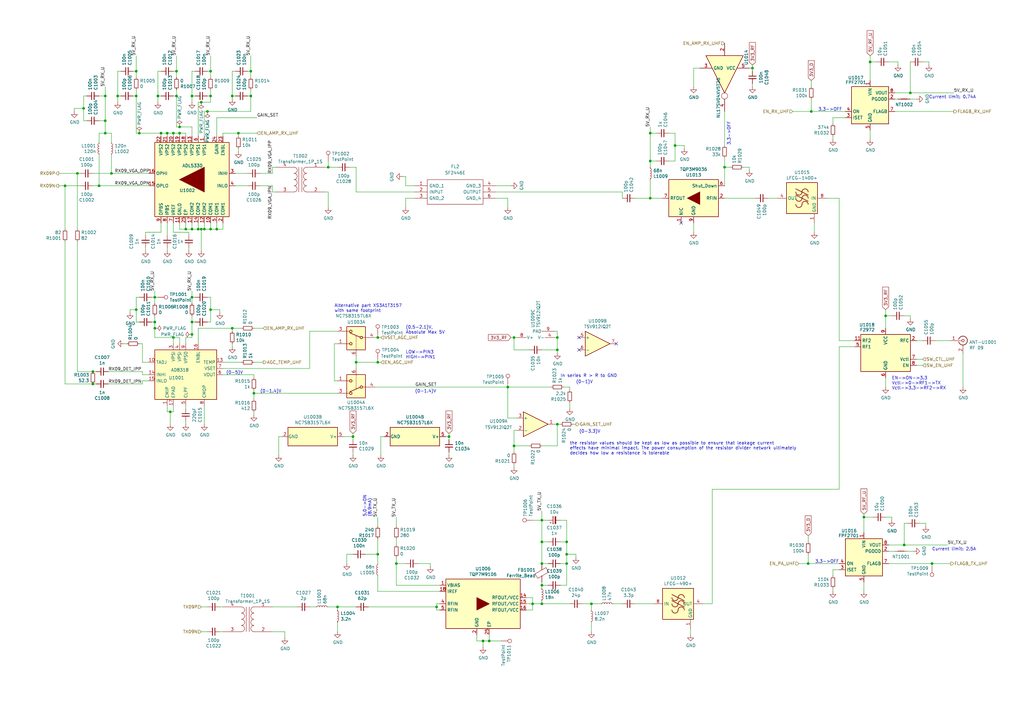
<source format=kicad_sch>
(kicad_sch (version 20230121) (generator eeschema)
  (paper "A3")
  (title_block (title "SatNOGS COMMS") (date "2020-02-20") (company "Libre Space Foundation") (comment 1 "CERN OHL version 1.2"))
  (junction (at 86.36 29.21))
  (junction (at 81.28 93.98))
  (junction (at 26.67 76.2))
  (junction (at 222.25 231.14))
  (junction (at 82.55 41.91))
  (junction (at 222.25 240.03))
  (junction (at 144.78 179.07))
  (junction (at 210.82 138.43))
  (junction (at 68.58 54.61))
  (junction (at 55.88 127))
  (junction (at 266.7 81.28))
  (junction (at 45.72 71.12))
  (junction (at 228.6 173.99))
  (junction (at 210.82 182.88))
  (junction (at 88.9 93.98))
  (junction (at 354.33 212.09))
  (junction (at 232.41 222.25))
  (junction (at 86.36 39.37))
  (junction (at 73.66 52.07))
  (junction (at 218.44 247.65))
  (junction (at 38.1 152.4))
  (junction (at 97.79 54.61))
  (junction (at 55.88 29.21))
  (junction (at 266.7 54.61))
  (junction (at 48.26 39.37))
  (junction (at 200.66 262.89))
  (junction (at 162.56 231.14))
  (junction (at 95.25 134.62))
  (junction (at 154.94 227.33))
  (junction (at 86.36 127))
  (junction (at 71.12 54.61))
  (junction (at 73.66 54.61))
  (junction (at 43.18 49.53))
  (junction (at 232.41 231.14))
  (junction (at 382.27 231.14))
  (junction (at 95.25 39.37))
  (junction (at 363.22 129.54))
  (junction (at 43.18 39.37))
  (junction (at 373.38 38.1))
  (junction (at 63.5 134.62))
  (junction (at 228.6 138.43))
  (junction (at 134.62 68.58))
  (junction (at 222.25 247.65))
  (junction (at 102.87 39.37))
  (junction (at 69.85 168.91))
  (junction (at 40.64 76.2))
  (junction (at 242.57 247.65))
  (junction (at 83.82 93.98))
  (junction (at 154.94 148.59))
  (junction (at 55.88 39.37))
  (junction (at 64.77 39.37))
  (junction (at 43.18 54.61))
  (junction (at 34.29 44.45))
  (junction (at 232.41 227.33))
  (junction (at 184.15 179.07))
  (junction (at 72.39 29.21))
  (junction (at 266.7 66.04))
  (junction (at 228.6 143.51))
  (junction (at 71.12 138.43))
  (junction (at 154.94 138.43))
  (junction (at 297.18 68.58))
  (junction (at 72.39 39.37))
  (junction (at 356.87 25.4))
  (junction (at 85.09 45.72))
  (junction (at 66.04 54.61))
  (junction (at 222.25 222.25))
  (junction (at 78.74 137.16))
  (junction (at 104.14 161.29))
  (junction (at 86.36 93.98))
  (junction (at 78.74 39.37))
  (junction (at 198.12 262.89))
  (junction (at 82.55 93.98))
  (junction (at 331.47 231.14))
  (junction (at 370.84 223.52))
  (junction (at 179.07 248.92))
  (junction (at 63.5 132.08))
  (junction (at 31.75 71.12))
  (junction (at 38.1 157.48))
  (junction (at 57.15 54.61))
  (junction (at 78.74 121.92))
  (junction (at 76.2 93.98))
  (junction (at 276.86 59.69))
  (junction (at 78.74 93.98))
  (junction (at 102.87 29.21))
  (junction (at 208.28 158.75))
  (junction (at 63.5 121.92))
  (junction (at 146.05 148.59))
  (junction (at 332.74 45.72))
  (junction (at 308.61 27.94))
  (junction (at 222.25 213.36))
  (junction (at 78.74 132.08))
  (junction (at 138.43 248.92))
  (no_connect (at 237.49 138.43))
  (no_connect (at 279.4 91.44))
  (no_connect (at 252.73 140.97))
  (no_connect (at 237.49 143.51))
  (wire (pts (xy 156.21 179.07) (xy 157.48 179.07)))
  (wire (pts (xy 364.49 231.14) (xy 382.27 231.14)))
  (wire (pts (xy 184.15 179.07) (xy 184.15 177.8)))
  (wire (pts (xy 156.21 186.69) (xy 156.21 179.07)))
  (wire (pts (xy 95.25 40.64) (xy 95.25 39.37)))
  (wire (pts (xy 166.37 81.28) (xy 170.18 81.28)))
  (wire (pts (xy 83.82 93.98) (xy 86.36 93.98)))
  (wire (pts (xy 86.36 132.08) (xy 85.09 132.08)))
  (wire (pts (xy 91.44 148.59) (xy 99.06 148.59)))
  (wire (pts (xy 146.05 78.74) (xy 170.18 78.74)))
  (wire (pts (xy 370.84 214.63) (xy 372.11 214.63)))
  (wire (pts (xy 138.43 161.29) (xy 104.14 161.29)))
  (wire (pts (xy 95.25 39.37) (xy 95.25 29.21)))
  (wire (pts (xy 134.62 68.58) (xy 133.35 68.58)))
  (wire (pts (xy 266.7 68.58) (xy 266.7 66.04)))
  (wire (pts (xy 111.76 76.2) (xy 111.76 78.74)))
  (wire (pts (xy 55.88 121.92) (xy 57.15 121.92)))
  (wire (pts (xy 154.94 236.22) (xy 154.94 242.57)))
  (wire (pts (xy 154.94 138.43) (xy 156.21 138.43)))
  (wire (pts (xy 229.87 231.14) (xy 232.41 231.14)))
  (wire (pts (xy 210.82 182.88) (xy 217.17 182.88)))
  (wire (pts (xy 367.03 45.72) (xy 391.16 45.72)))
  (wire (pts (xy 274.32 66.04) (xy 276.86 66.04)))
  (wire (pts (xy 104.14 154.94) (xy 104.14 153.67)))
  (wire (pts (xy 154.94 148.59) (xy 154.94 147.32)))
  (wire (pts (xy 224.79 240.03) (xy 222.25 240.03)))
  (wire (pts (xy 33.02 76.2) (xy 26.67 76.2)))
  (wire (pts (xy 90.17 127) (xy 90.17 128.27)))
  (wire (pts (xy 370.84 223.52) (xy 370.84 214.63)))
  (wire (pts (xy 76.2 172.72) (xy 76.2 173.99)))
  (wire (pts (xy 314.96 81.28) (xy 318.77 81.28)))
  (wire (pts (xy 356.87 25.4) (xy 356.87 22.86)))
  (wire (pts (xy 309.88 81.28) (xy 297.18 81.28)))
  (wire (pts (xy 81.28 41.91) (xy 82.55 41.91)))
  (wire (pts (xy 184.15 179.07) (xy 184.15 180.34)))
  (wire (pts (xy 134.62 78.74) (xy 133.35 78.74)))
  (wire (pts (xy 234.95 173.99) (xy 236.22 173.99)))
  (wire (pts (xy 255.27 78.74) (xy 255.27 81.28)))
  (wire (pts (xy 63.5 134.62) (xy 63.5 138.43)))
  (wire (pts (xy 137.16 156.21) (xy 137.16 140.97)))
  (wire (pts (xy 228.6 135.89) (xy 228.6 138.43)))
  (wire (pts (xy 179.07 248.92) (xy 179.07 247.65)))
  (wire (pts (xy 63.5 124.46) (xy 63.5 121.92)))
  (wire (pts (xy 334.01 95.25) (xy 334.01 91.44)))
  (wire (pts (xy 66.04 95.25) (xy 66.04 91.44)))
  (wire (pts (xy 45.72 63.5) (xy 45.72 71.12)))
  (wire (pts (xy 96.52 39.37) (xy 95.25 39.37)))
  (wire (pts (xy 78.74 93.98) (xy 81.28 93.98)))
  (wire (pts (xy 218.44 247.65) (xy 222.25 247.65)))
  (wire (pts (xy 49.53 39.37) (xy 48.26 39.37)))
  (wire (pts (xy 266.7 54.61) (xy 266.7 52.07)))
  (wire (pts (xy 53.34 127) (xy 55.88 127)))
  (wire (pts (xy 31.75 99.06) (xy 31.75 152.4)))
  (wire (pts (xy 40.64 63.5) (xy 40.64 76.2)))
  (wire (pts (xy 78.74 91.44) (xy 78.74 93.98)))
  (wire (pts (xy 40.64 58.42) (xy 40.64 54.61)))
  (wire (pts (xy 218.44 245.11) (xy 218.44 247.65)))
  (wire (pts (xy 228.6 173.99) (xy 227.33 173.99)))
  (wire (pts (xy 138.43 68.58) (xy 134.62 68.58)))
  (wire (pts (xy 344.17 231.14) (xy 331.47 231.14)))
  (wire (pts (xy 363.22 158.75) (xy 363.22 154.94)))
  (wire (pts (xy 55.88 132.08) (xy 55.88 127)))
  (wire (pts (xy 232.41 227.33) (xy 232.41 222.25)))
  (wire (pts (xy 267.97 247.65) (xy 260.35 247.65)))
  (wire (pts (xy 86.36 93.98) (xy 88.9 93.98)))
  (wire (pts (xy 218.44 213.36) (xy 222.25 213.36)))
  (wire (pts (xy 153.67 138.43) (xy 154.94 138.43)))
  (wire (pts (xy 354.33 218.44) (xy 354.33 212.09)))
  (wire (pts (xy 218.44 250.19) (xy 215.9 250.19)))
  (wire (pts (xy 266.7 81.28) (xy 271.78 81.28)))
  (wire (pts (xy 166.37 72.39) (xy 165.1 72.39)))
  (wire (pts (xy 297.18 68.58) (xy 297.18 64.77)))
  (wire (pts (xy 331.47 227.33) (xy 331.47 231.14)))
  (wire (pts (xy 368.3 25.4) (xy 368.3 26.67)))
  (wire (pts (xy 111.76 248.92) (xy 121.92 248.92)))
  (wire (pts (xy 82.55 41.91) (xy 86.36 41.91)))
  (wire (pts (xy 127 135.89) (xy 127 151.13)))
  (wire (pts (xy 85.09 39.37) (xy 86.36 39.37)))
  (wire (pts (xy 97.79 60.96) (xy 97.79 62.23)))
  (wire (pts (xy 43.18 49.53) (xy 43.18 39.37)))
  (wire (pts (xy 354.33 242.57) (xy 354.33 238.76)))
  (wire (pts (xy 104.14 134.62) (xy 107.95 134.62)))
  (wire (pts (xy 71.12 54.61) (xy 68.58 54.61)))
  (wire (pts (xy 210.82 176.53) (xy 212.09 176.53)))
  (wire (pts (xy 198.12 265.43) (xy 198.12 262.89)))
  (wire (pts (xy 83.82 45.72) (xy 85.09 45.72)))
  (wire (pts (xy 54.61 39.37) (xy 55.88 39.37)))
  (wire (pts (xy 78.74 132.08) (xy 78.74 129.54)))
  (wire (pts (xy 43.18 39.37) (xy 43.18 35.56)))
  (wire (pts (xy 55.88 127) (xy 55.88 121.92)))
  (wire (pts (xy 71.12 95.25) (xy 71.12 91.44)))
  (wire (pts (xy 344.17 139.7) (xy 344.17 81.28)))
  (wire (pts (xy 325.12 45.72) (xy 332.74 45.72)))
  (wire (pts (xy 365.76 212.09) (xy 365.76 213.36)))
  (wire (pts (xy 195.58 262.89) (xy 198.12 262.89)))
  (wire (pts (xy 38.1 71.12) (xy 45.72 71.12)))
  (wire (pts (xy 31.75 152.4) (xy 38.1 152.4)))
  (wire (pts (xy 138.43 248.92) (xy 146.05 248.92)))
  (wire (pts (xy 222.25 247.65) (xy 233.68 247.65)))
  (wire (pts (xy 308.61 34.29) (xy 308.61 35.56)))
  (wire (pts (xy 76.2 138.43) (xy 78.74 138.43)))
  (wire (pts (xy 203.2 81.28) (xy 208.28 81.28)))
  (wire (pts (xy 104.14 163.83) (xy 104.14 161.29)))
  (wire (pts (xy 284.48 35.56) (xy 284.48 27.94)))
  (wire (pts (xy 297.18 45.72) (xy 297.18 59.69)))
  (wire (pts (xy 226.06 158.75) (xy 208.28 158.75)))
  (wire (pts (xy 222.25 222.25) (xy 222.25 231.14)))
  (wire (pts (xy 91.44 153.67) (xy 104.14 153.67)))
  (wire (pts (xy 71.12 168.91) (xy 71.12 166.37)))
  (wire (pts (xy 358.14 212.09) (xy 354.33 212.09)))
  (wire (pts (xy 78.74 121.92) (xy 78.74 119.38)))
  (wire (pts (xy 382.27 231.14) (xy 389.89 231.14)))
  (wire (pts (xy 104.14 160.02) (xy 104.14 161.29)))
  (wire (pts (xy 68.58 96.52) (xy 68.58 91.44)))
  (wire (pts (xy 127 248.92) (xy 129.54 248.92)))
  (wire (pts (xy 203.2 76.2) (xy 209.55 76.2)))
  (wire (pts (xy 30.48 45.72) (xy 30.48 44.45)))
  (wire (pts (xy 276.86 59.69) (xy 276.86 54.61)))
  (wire (pts (xy 350.52 139.7) (xy 344.17 139.7)))
  (wire (pts (xy 73.66 55.88) (xy 73.66 54.61)))
  (wire (pts (xy 280.67 60.96) (xy 280.67 59.69)))
  (wire (pts (xy 144.78 186.69) (xy 144.78 185.42)))
  (wire (pts (xy 370.84 223.52) (xy 388.62 223.52)))
  (wire (pts (xy 68.58 55.88) (xy 68.58 54.61)))
  (wire (pts (xy 86.36 121.92) (xy 86.36 127)))
  (wire (pts (xy 149.86 227.33) (xy 154.94 227.33)))
  (wire (pts (xy 137.16 140.97) (xy 138.43 140.97)))
  (wire (pts (xy 40.64 54.61) (xy 43.18 54.61)))
  (wire (pts (xy 68.58 168.91) (xy 69.85 168.91)))
  (wire (pts (xy 95.25 142.24) (xy 95.25 140.97)))
  (wire (pts (xy 76.2 93.98) (xy 78.74 93.98)))
  (wire (pts (xy 224.79 222.25) (xy 222.25 222.25)))
  (wire (pts (xy 64.77 121.92) (xy 63.5 121.92)))
  (wire (pts (xy 48.26 39.37) (xy 48.26 29.21)))
  (wire (pts (xy 228.6 173.99) (xy 229.87 173.99)))
  (wire (pts (xy 373.38 40.64) (xy 375.92 40.64)))
  (wire (pts (xy 91.44 93.98) (xy 91.44 91.44)))
  (wire (pts (xy 179.07 247.65) (xy 180.34 247.65)))
  (wire (pts (xy 242.57 255.27) (xy 242.57 259.08)))
  (wire (pts (xy 81.28 134.62) (xy 95.25 134.62)))
  (wire (pts (xy 63.5 132.08) (xy 63.5 134.62)))
  (wire (pts (xy 184.15 186.69) (xy 184.15 185.42)))
  (wire (pts (xy 238.76 247.65) (xy 242.57 247.65)))
  (wire (pts (xy 154.94 138.43) (xy 154.94 137.16)))
  (wire (pts (xy 91.44 151.13) (xy 127 151.13)))
  (wire (pts (xy 377.19 214.63) (xy 379.73 214.63)))
  (wire (pts (xy 95.25 134.62) (xy 99.06 134.62)))
  (wire (pts (xy 341.63 236.22) (xy 341.63 233.68)))
  (wire (pts (xy 97.79 54.61) (xy 105.41 54.61)))
  (wire (pts (xy 394.97 158.75) (xy 394.97 144.78)))
  (wire (pts (xy 162.56 240.03) (xy 162.56 231.14)))
  (wire (pts (xy 227.33 138.43) (xy 228.6 138.43)))
  (wire (pts (xy 64.77 39.37) (xy 64.77 29.21)))
  (wire (pts (xy 106.68 76.2) (xy 111.76 76.2)))
  (wire (pts (xy 111.76 78.74) (xy 113.03 78.74)))
  (wire (pts (xy 58.42 156.21) (xy 60.96 156.21)))
  (wire (pts (xy 55.88 54.61) (xy 55.88 39.37)))
  (wire (pts (xy 72.39 29.21) (xy 71.12 29.21)))
  (wire (pts (xy 64.77 41.91) (xy 64.77 39.37)))
  (wire (pts (xy 31.75 71.12) (xy 33.02 71.12)))
  (wire (pts (xy 373.38 25.4) (xy 373.38 38.1)))
  (wire (pts (xy 182.88 179.07) (xy 184.15 179.07)))
  (wire (pts (xy 83.82 91.44) (xy 83.82 93.98)))
  (wire (pts (xy 203.2 78.74) (xy 255.27 78.74)))
  (wire (pts (xy 146.05 151.13) (xy 146.05 148.59)))
  (wire (pts (xy 218.44 247.65) (xy 218.44 250.19)))
  (wire (pts (xy 78.74 121.92) (xy 80.01 121.92)))
  (wire (pts (xy 210.82 176.53) (xy 210.82 182.88)))
  (wire (pts (xy 72.39 29.21) (xy 72.39 22.86)))
  (wire (pts (xy 331.47 231.14) (xy 327.66 231.14)))
  (wire (pts (xy 63.5 138.43) (xy 71.12 138.43)))
  (wire (pts (xy 142.24 227.33) (xy 144.78 227.33)))
  (wire (pts (xy 114.3 179.07) (xy 115.57 179.07)))
  (wire (pts (xy 85.09 45.72) (xy 102.87 45.72)))
  (wire (pts (xy 43.18 54.61) (xy 43.18 49.53)))
  (wire (pts (xy 90.17 259.08) (xy 91.44 259.08)))
  (wire (pts (xy 38.1 157.48) (xy 39.37 157.48)))
  (wire (pts (xy 180.34 240.03) (xy 162.56 240.03)))
  (wire (pts (xy 292.1 200.66) (xy 292.1 247.65)))
  (wire (pts (xy 48.26 29.21) (xy 49.53 29.21)))
  (wire (pts (xy 58.42 148.59) (xy 58.42 140.97)))
  (wire (pts (xy 304.8 68.58) (xy 307.34 68.58)))
  (wire (pts (xy 97.79 55.88) (xy 97.79 54.61)))
  (wire (pts (xy 154.94 242.57) (xy 180.34 242.57)))
  (wire (pts (xy 78.74 29.21) (xy 78.74 39.37)))
  (wire (pts (xy 375.92 147.32) (xy 378.46 147.32)))
  (wire (pts (xy 222.25 246.38) (xy 222.25 247.65)))
  (wire (pts (xy 111.76 68.58) (xy 113.03 68.58)))
  (wire (pts (xy 208.28 158.75) (xy 208.28 171.45)))
  (wire (pts (xy 332.74 40.64) (xy 332.74 45.72)))
  (wire (pts (xy 154.94 227.33) (xy 154.94 231.14)))
  (wire (pts (xy 179.07 250.19) (xy 180.34 250.19)))
  (wire (pts (xy 57.15 54.61) (xy 55.88 54.61)))
  (wire (pts (xy 344.17 142.24) (xy 350.52 142.24)))
  (wire (pts (xy 212.09 138.43) (xy 210.82 138.43)))
  (wire (pts (xy 66.04 54.61) (xy 57.15 54.61)))
  (wire (pts (xy 344.17 81.28) (xy 339.09 81.28)))
  (wire (pts (xy 66.04 39.37) (xy 64.77 39.37)))
  (wire (pts (xy 76.2 167.64) (xy 76.2 166.37)))
  (wire (pts (xy 101.6 29.21) (xy 102.87 29.21)))
  (wire (pts (xy 30.48 44.45) (xy 34.29 44.45)))
  (wire (pts (xy 134.62 66.04) (xy 134.62 68.58)))
  (wire (pts (xy 134.62 85.09) (xy 134.62 78.74)))
  (wire (pts (xy 236.22 228.6) (xy 236.22 227.33)))
  (wire (pts (xy 140.97 179.07) (xy 144.78 179.07)))
  (wire (pts (xy 198.12 262.89) (xy 200.66 262.89)))
  (wire (pts (xy 382.27 232.41) (xy 382.27 231.14)))
  (wire (pts (xy 26.67 99.06) (xy 26.67 157.48)))
  (wire (pts (xy 104.14 170.18) (xy 104.14 168.91)))
  (wire (pts (xy 73.66 54.61) (xy 71.12 54.61)))
  (wire (pts (xy 85.09 121.92) (xy 86.36 121.92)))
  (wire (pts (xy 151.13 248.92) (xy 179.07 248.92)))
  (wire (pts (xy 367.03 226.06) (xy 364.49 226.06)))
  (wire (pts (xy 134.62 248.92) (xy 138.43 248.92)))
  (wire (pts (xy 222.25 241.3) (xy 222.25 240.03)))
  (wire (pts (xy 82.55 93.98) (xy 83.82 93.98)))
  (wire (pts (xy 162.56 215.9) (xy 162.56 212.09)))
  (wire (pts (xy 146.05 78.74) (xy 146.05 68.58)))
  (wire (pts (xy 63.5 132.08) (xy 62.23 132.08)))
  (wire (pts (xy 72.39 52.07) (xy 72.39 39.37)))
  (wire (pts (xy 69.85 168.91) (xy 71.12 168.91)))
  (wire (pts (xy 86.36 39.37) (xy 86.36 36.83)))
  (wire (pts (xy 297.18 76.2) (xy 297.18 68.58)))
  (wire (pts (xy 222.25 143.51) (xy 228.6 143.51)))
  (wire (pts (xy 101.6 76.2) (xy 96.52 76.2)))
  (wire (pts (xy 88.9 93.98) (xy 91.44 93.98)))
  (wire (pts (xy 284.48 27.94) (xy 287.02 27.94)))
  (wire (pts (xy 363.22 134.62) (xy 363.22 129.54)))
  (wire (pts (xy 69.85 173.99) (xy 69.85 168.91)))
  (wire (pts (xy 71.12 39.37) (xy 72.39 39.37)))
  (wire (pts (xy 269.24 66.04) (xy 266.7 66.04)))
  (wire (pts (xy 73.66 52.07) (xy 72.39 52.07)))
  (wire (pts (xy 38.1 152.4) (xy 39.37 152.4)))
  (wire (pts (xy 156.21 148.59) (xy 154.94 148.59)))
  (wire (pts (xy 200.66 262.89) (xy 205.74 262.89)))
  (wire (pts (xy 269.24 54.61) (xy 266.7 54.61)))
  (wire (pts (xy 381 25.4) (xy 381 26.67)))
  (wire (pts (xy 80.01 29.21) (xy 78.74 29.21)))
  (wire (pts (xy 102.87 29.21) (xy 102.87 22.86)))
  (wire (pts (xy 166.37 85.09) (xy 166.37 81.28)))
  (wire (pts (xy 58.42 140.97) (xy 57.15 140.97)))
  (wire (pts (xy 144.78 179.07) (xy 144.78 180.34)))
  (wire (pts (xy 83.82 55.88) (xy 83.82 45.72)))
  (wire (pts (xy 383.54 139.7) (xy 389.89 139.7)))
  (wire (pts (xy 43.18 54.61) (xy 45.72 54.61)))
  (wire (pts (xy 91.44 54.61) (xy 97.79 54.61)))
  (wire (pts (xy 154.94 148.59) (xy 146.05 148.59)))
  (wire (pts (xy 63.5 129.54) (xy 63.5 132.08)))
  (wire (pts (xy 210.82 138.43) (xy 209.55 138.43)))
  (wire (pts (xy 208.28 81.28) (xy 208.28 85.09)))
  (wire (pts (xy 86.36 91.44) (xy 86.36 93.98)))
  (wire (pts (xy 26.67 93.98) (xy 26.67 76.2)))
  (wire (pts (xy 229.87 240.03) (xy 232.41 240.03)))
  (wire (pts (xy 104.14 148.59) (xy 107.95 148.59)))
  (wire (pts (xy 288.29 247.65) (xy 292.1 247.65)))
  (wire (pts (xy 210.82 143.51) (xy 217.17 143.51)))
  (wire (pts (xy 378.46 25.4) (xy 381 25.4)))
  (wire (pts (xy 86.36 29.21) (xy 86.36 22.86)))
  (wire (pts (xy 59.69 102.87) (xy 59.69 101.6)))
  (wire (pts (xy 81.28 93.98) (xy 82.55 93.98)))
  (wire (pts (xy 66.04 54.61) (xy 66.04 55.88)))
  (wire (pts (xy 166.37 72.39) (xy 166.37 76.2)))
  (wire (pts (xy 71.12 138.43) (xy 73.66 138.43)))
  (wire (pts (xy 228.6 143.51) (xy 228.6 138.43)))
  (wire (pts (xy 228.6 182.88) (xy 228.6 173.99)))
  (wire (pts (xy 81.28 55.88) (xy 81.28 41.91)))
  (wire (pts (xy 58.42 152.4) (xy 44.45 152.4)))
  (wire (pts (xy 48.26 41.91) (xy 48.26 39.37)))
  (wire (pts (xy 63.5 121.92) (xy 62.23 121.92)))
  (wire (pts (xy 374.65 226.06) (xy 372.11 226.06)))
  (wire (pts (xy 59.69 96.52) (xy 59.69 95.25)))
  (wire (pts (xy 86.36 127) (xy 90.17 127)))
  (wire (pts (xy 68.58 102.87) (xy 68.58 101.6)))
  (wire (pts (xy 60.96 153.67) (xy 58.42 153.67)))
  (wire (pts (xy 72.39 31.75) (xy 72.39 29.21)))
  (wire (pts (xy 233.68 165.1) (xy 233.68 167.64)))
  (wire (pts (xy 138.43 255.27) (xy 138.43 259.08)))
  (wire (pts (xy 232.41 231.14) (xy 232.41 227.33)))
  (wire (pts (xy 78.74 137.16) (xy 78.74 138.43)))
  (wire (pts (xy 55.88 39.37) (xy 55.88 36.83)))
  (wire (pts (xy 34.29 39.37) (xy 35.56 39.37)))
  (wire (pts (xy 88.9 48.26) (xy 88.9 55.88)))
  (wire (pts (xy 58.42 153.67) (xy 58.42 152.4)))
  (wire (pts (xy 111.76 259.08) (xy 116.84 259.08)))
  (wire (pts (xy 26.67 76.2) (xy 24.13 76.2)))
  (wire (pts (xy 78.74 39.37) (xy 78.74 41.91)))
  (wire (pts (xy 86.36 127) (xy 86.36 132.08)))
  (wire (pts (xy 82.55 259.08) (xy 85.09 259.08)))
  (wire (pts (xy 307.34 27.94) (xy 308.61 27.94)))
  (wire (pts (xy 373.38 38.1) (xy 391.16 38.1)))
  (wire (pts (xy 83.82 166.37) (xy 83.82 173.99)))
  (wire (pts (xy 276.86 54.61) (xy 274.32 54.61)))
  (wire (pts (xy 78.74 132.08) (xy 78.74 137.16)))
  (wire (pts (xy 228.6 144.78) (xy 228.6 143.51)))
  (wire (pts (xy 45.72 54.61) (xy 45.72 58.42)))
  (wire (pts (xy 266.7 66.04) (xy 266.7 54.61)))
  (wire (pts (xy 64.77 29.21) (xy 66.04 29.21)))
  (wire (pts (xy 26.67 157.48) (xy 38.1 157.48)))
  (wire (pts (xy 55.88 29.21) (xy 54.61 29.21)))
  (wire (pts (xy 76.2 91.44) (xy 76.2 93.98)))
  (wire (pts (xy 308.61 27.94) (xy 308.61 29.21)))
  (wire (pts (xy 91.44 55.88) (xy 91.44 54.61)))
  (wire (pts (xy 77.47 95.25) (xy 71.12 95.25)))
  (wire (pts (xy 154.94 215.9) (xy 154.94 212.09)))
  (wire (pts (xy 106.68 71.12) (xy 111.76 71.12)))
  (wire (pts (xy 375.92 139.7) (xy 378.46 139.7)))
  (wire (pts (xy 77.47 102.87) (xy 77.47 101.6)))
  (wire (pts (xy 73.66 91.44) (xy 73.66 93.98)))
  (wire (pts (xy 101.6 39.37) (xy 102.87 39.37)))
  (wire (pts (xy 38.1 76.2) (xy 40.64 76.2)))
  (wire (pts (xy 68.58 54.61) (xy 66.04 54.61)))
  (wire (pts (xy 232.41 213.36) (xy 229.87 213.36)))
  (wire (pts (xy 96.52 71.12) (xy 101.6 71.12)))
  (wire (pts (xy 76.2 54.61) (xy 73.66 54.61)))
  (wire (pts (xy 144.78 179.07) (xy 144.78 177.8)))
  (wire (pts (xy 40.64 39.37) (xy 43.18 39.37)))
  (wire (pts (xy 102.87 39.37) (xy 102.87 36.83)))
  (wire (pts (xy 341.63 48.26) (xy 341.63 50.8)))
  (wire (pts (xy 379.73 214.63) (xy 379.73 215.9)))
  (wire (pts (xy 116.84 259.08) (xy 116.84 261.62)))
  (wire (pts (xy 166.37 231.14) (xy 162.56 231.14)))
  (wire (pts (xy 200.66 262.89) (xy 200.66 260.35)))
  (wire (pts (xy 215.9 247.65) (xy 218.44 247.65)))
  (wire (pts (xy 111.76 71.12) (xy 111.76 68.58)))
  (wire (pts (xy 95.25 29.21) (xy 96.52 29.21)))
  (wire (pts (xy 222.25 222.25) (xy 222.25 213.36)))
  (wire (pts (xy 114.3 186.69) (xy 114.3 179.07)))
  (wire (pts (xy 68.58 166.37) (xy 68.58 168.91)))
  (wire (pts (xy 146.05 68.58) (xy 143.51 68.58)))
  (wire (pts (xy 363.22 212.09) (xy 365.76 212.09)))
  (wire (pts (xy 378.46 149.86) (xy 375.92 149.86)))
  (wire (pts (xy 260.35 81.28) (xy 266.7 81.28)))
  (wire (pts (xy 24.13 71.12) (xy 31.75 71.12)))
  (wire (pts (xy 332.74 35.56) (xy 332.74 33.02)))
  (wire (pts (xy 45.72 71.12) (xy 60.96 71.12)))
  (wire (pts (xy 251.46 247.65) (xy 255.27 247.65)))
  (wire (pts (xy 341.63 241.3) (xy 341.63 242.57)))
  (wire (pts (xy 356.87 33.02) (xy 356.87 25.4)))
  (wire (pts (xy 331.47 222.25) (xy 331.47 219.71)))
  (wire (pts (xy 63.5 121.92) (xy 63.5 119.38)))
  (wire (pts (xy 44.45 157.48) (xy 58.42 157.48)))
  (wire (pts (xy 222.25 238.76) (xy 222.25 240.03)))
  (wire (pts (xy 71.12 140.97) (xy 71.12 138.43)))
  (wire (pts (xy 34.29 49.53) (xy 34.29 44.45)))
  (wire (pts (xy 102.87 45.72) (xy 102.87 39.37)))
  (wire (pts (xy 356.87 57.15) (xy 356.87 53.34)))
  (wire (pts (xy 57.15 132.08) (xy 55.88 132.08)))
  (wire (pts (xy 153.67 158.75) (xy 208.28 158.75)))
  (wire (pts (xy 80.01 132.08) (xy 78.74 132.08)))
  (wire (pts (xy 31.75 93.98) (xy 31.75 71.12)))
  (wire (pts (xy 373.38 129.54) (xy 370.84 129.54)))
  (wire (pts (xy 346.71 48.26) (xy 341.63 48.26)))
  (wire (pts (xy 222.25 213.36) (xy 222.25 209.55)))
  (wire (pts (xy 162.56 231.14) (xy 162.56 228.6)))
  (wire (pts (xy 138.43 156.21) (xy 137.16 156.21)))
  (wire (pts (xy 232.41 222.25) (xy 232.41 213.36)))
  (wire (pts (xy 195.58 260.35) (xy 195.58 262.89)))
  (wire (pts (xy 341.63 55.88) (xy 341.63 57.15)))
  (wire (pts (xy 208.28 171.45) (xy 212.09 171.45)))
  (wire (pts (xy 224.79 231.14) (xy 222.25 231.14)))
  (wire (pts (xy 228.6 135.89) (xy 227.33 135.89)))
  (wire (pts (xy 142.24 231.14) (xy 142.24 227.33)))
  (wire (pts (xy 77.47 96.52) (xy 77.47 95.25)))
  (wire (pts (xy 229.87 222.25) (xy 232.41 222.25)))
  (wire (pts (xy 364.49 25.4) (xy 368.3 25.4)))
  (wire (pts (xy 365.76 129.54) (xy 363.22 129.54)))
  (wire (pts (xy 40.64 76.2) (xy 60.96 76.2)))
  (wire (pts (xy 58.42 157.48) (xy 58.42 156.21)))
  (wire (pts (xy 55.88 31.75) (xy 55.88 29.21)))
  (wire (pts (xy 34.29 44.45) (xy 34.29 39.37)))
  (wire (pts (xy 80.01 39.37) (xy 78.74 39.37)))
  (wire (pts (xy 354.33 212.09) (xy 354.33 210.82)))
  (wire (pts (xy 81.28 91.44) (xy 81.28 93.98)))
  (wire (pts (xy 146.05 148.59) (xy 146.05 146.05)))
  (wire (pts (xy 85.09 29.21) (xy 86.36 29.21)))
  (wire (pts (xy 78.74 52.07) (xy 73.66 52.07)))
  (wire (pts (xy 224.79 213.36) (xy 222.25 213.36)))
  (wire (pts (xy 102.87 29.21) (xy 102.87 31.75)))
  (wire (pts (xy 363.22 129.54) (xy 363.22 127)))
  (wire (pts (xy 215.9 245.11) (xy 218.44 245.11)))
  (wire (pts (xy 95.25 135.89) (xy 95.25 134.62)))
  (wire (pts (xy 266.7 73.66) (xy 266.7 81.28)))
  (wire (pts (xy 90.17 248.92) (xy 91.44 248.92)))
  (wire (pts (xy 232.41 240.03) (xy 232.41 231.14)))
  (wire (pts (xy 162.56 223.52) (xy 162.56 220.98)))
  (wire (pts (xy 332.74 45.72) (xy 346.71 45.72)))
  (wire (pts (xy 176.53 231.14) (xy 176.53 232.41)))
  (wire (pts (xy 60.96 148.59) (xy 58.42 148.59)))
  (wire (pts (xy 283.21 260.35) (xy 283.21 257.81)))
  (wire (pts (xy 59.69 95.25) (xy 66.04 95.25)))
  (wire (pts (xy 367.03 38.1) (xy 373.38 38.1)))
  (wire (pts (xy 88.9 91.44) (xy 88.9 93.98)))
  (wire (pts (xy 299.72 68.58) (xy 297.18 68.58)))
  (wire (pts (xy 367.03 40.64) (xy 368.3 40.64)))
  (wire (pts (xy 210.82 185.42) (xy 210.82 182.88)))
  (wire (pts (xy 166.37 76.2) (xy 170.18 76.2)))
  (wire (pts (xy 242.57 250.19) (xy 242.57 247.65)))
  (wire (pts (xy 242.57 247.65) (xy 246.38 247.65)))
  (wire (pts (xy 231.14 158.75) (xy 233.68 158.75)))
  (wire (pts (xy 138.43 250.19) (xy 138.43 248.92)))
  (wire (pts (xy 171.45 231.14) (xy 176.53 231.14)))
  (wire (pts (xy 154.94 220.98) (xy 154.94 227.33)))
  (wire (pts (xy 236.22 227.33) (xy 232.41 227.33)))
  (wire (pts (xy 280.67 59.69) (xy 276.86 59.69)))
  (wire (pts (xy 208.28 157.48) (xy 208.28 158.75)))
  (wire (pts (xy 72.39 39.37) (xy 72.39 36.83)))
  (wire (pts (xy 52.07 140.97) (xy 50.8 140.97)))
  (wire (pts (xy 292.1 200.66) (xy 344.17 200.66)))
  (wire (pts (xy 81.28 140.97) (xy 81.28 134.62)))
  (wire (pts (xy 82.55 93.98) (xy 82.55 102.87)))
  (wire (pts (xy 210.82 138.43) (xy 210.82 143.51)))
  (wire (pts (xy 210.82 190.5) (xy 210.82 191.77)))
  (wire (pts (xy 35.56 49.53) (xy 34.29 49.53)))
  (wire (pts (xy 55.88 29.21) (xy 55.88 22.86)))
  (wire (pts (xy 73.66 138.43) (xy 73.66 140.97)))
  (wire (pts (xy 307.34 68.58) (xy 307.34 69.85)))
  (wire (pts (xy 40.64 49.53) (xy 43.18 49.53)))
  (wire (pts (xy 179.07 248.92) (xy 179.07 250.19)))
  (wire (pts (xy 341.63 233.68) (xy 344.17 233.68)))
  (wire (pts (xy 308.61 27.94) (xy 308.61 26.67)))
  (wire (pts (xy 76.2 140.97) (xy 76.2 138.43)))
  (wire (pts (xy 73.66 93.98) (xy 76.2 93.98)))
  (wire (pts (xy 364.49 223.52) (xy 370.84 223.52)))
  (wire (pts (xy 86.36 41.91) (xy 86.36 39.37)))
  (wire (pts (xy 284.48 95.25) (xy 284.48 91.44)))
  (wire (pts (xy 359.41 25.4) (xy 356.87 25.4)))
  (wire (pts (xy 76.2 55.88) (xy 76.2 54.61)))
  (wire (pts (xy 71.12 55.88) (xy 71.12 54.61)))
  (wire (pts (xy 78.74 124.46) (xy 78.74 121.92)))
  (wire (pts (xy 276.86 66.04) (xy 276.86 59.69)))
  (wire (pts (xy 53.34 128.27) (xy 53.34 127)))
  (wire (pts (xy 78.74 55.88) (xy 78.74 52.07)))
  (wire (pts (xy 373.38 130.81) (xy 373.38 129.54)))
  (wire (pts (xy 344.17 200.66) (xy 344.17 142.24)))
  (wire (pts (xy 138.43 135.89) (xy 127 135.89)))
  (wire (pts (xy 82.55 248.92) (xy 85.09 248.92)))
  (wire (pts (xy 233.68 158.75) (xy 233.68 160.02)))
  (wire (pts (xy 88.9 48.26) (xy 105.41 48.26)))
  (wire (pts (xy 222.25 182.88) (xy 228.6 182.88)))
  (wire (pts (xy 86.36 31.75) (xy 86.36 29.21)))
  (text "3.3->OFF" (at 344.17 231.14 0) (effects (font (size 1.27 1.27)) (justify right bottom)))
  (text "LOW->PIN3\nHIGH->PIN1" (at 166.37 147.32 0) (effects (font (size 1.27 1.27)) (justify left bottom)))
  (text "(0-1.4)V" (at 170.18 161.29 0) (effects (font (size 1.27 1.27)) (justify left bottom)))
  (text "the resistor values should be kept as low as possible to ensure that leakage current\neffects have minimal impact. The power consumption of the resistor divider network ultimately\ndecides how low a resistance is tolerable" (at 233.68 186.69 0) (effects (font (size 1.27 1.27)) (justify left bottom)))
  (text "(0-5)V" (at 92.71 153.67 0) (effects (font (size 1.27 1.27)) (justify left bottom)))
  (text "Alternative part XS3A1T3157\nwith same footprint" (at 137.16 128.27 0) (effects (font (size 1.27 1.27)) (justify left bottom)))
  (text "5.0->ON \n(8.9mA)" (at 152.4 212.09 90) (effects (font (size 1.27 1.27)) (justify left bottom)))
  (text "Current limit: 2.5A" (at 382.27 226.06 0) (effects (font (size 1.27 1.27)) (justify left bottom)))
  (text "Current limit: 0.74A" (at 381 40.64 0) (effects (font (size 1.27 1.27)) (justify left bottom)))
  (text "3.3->OFF" (at 299.72 59.69 90) (effects (font (size 1.27 1.27)) (justify left bottom)))
  (text "In series R > R to GND" (at 229.87 154.94 0) (effects (font (size 1.27 1.27)) (justify left bottom)))
  (text "3.3->OFF" (at 345.44 45.72 0) (effects (font (size 1.27 1.27)) (justify right bottom)))
  (text "(0-1.4)V" (at 106.68 161.29 0) (effects (font (size 1.27 1.27)) (justify left bottom)))
  (text "(0.5-2.1)V, \nAbsolute Max 5V" (at 166.37 137.16 0) (effects (font (size 1.27 1.27)) (justify left bottom)))
  (text "EN->ON->3.3\nVctl->0->RF1->TX\nVctl->3.3->RF2->RX" (at 365.76 160.02 0) (effects (font (size 1.27 1.27)) (justify left bottom)))
  (text "(0-3.3)V" (at 237.49 177.8 0) (effects (font (size 1.27 1.27)) (justify left bottom)))
  (text "(0-1)V" (at 236.22 157.48 0) (effects (font (size 1.27 1.27)) (justify left bottom)))
  (label "5V_RX_U" (at 43.18 35.56 90))
  (label "RX09_VGA_IPP" (at 111.76 71.12 90))
  (label "5V_TX_U" (at 388.62 223.52 0))
  (label "GAIN_SET" (at 105.41 48.26 0))
  (label "RX09_VGA_OPN" (at 46.99 76.2 0))
  (label "GAIN_SET" (at 179.07 158.75 180))
  (label "RX09_VGA_IPN" (at 111.76 76.2 270))
  (label "RX09_VGA_OPP" (at 46.99 71.12 0))
  (label "5V_TX_U" (at 222.25 209.55 90))
  (label "5V_TX_U" (at 162.56 212.09 90))
  (label "5V_RX_U" (at 391.16 38.1 0))
  (label "5V_RX_U" (at 55.88 22.86 90))
  (label "5V_RX_U" (at 63.5 119.38 90))
  (label "RX09_DET_IPN" (at 44.45 157.48 0))
  (label "5V_RX_U" (at 266.7 52.07 90))
  (label "5V_TX_U" (at 154.94 212.09 90))
  (label "5V_RX_U" (at 86.36 22.86 90))
  (label "5V_RX_U" (at 78.74 119.38 90))
  (label "5V_RX_U" (at 102.87 22.86 90))
  (label "5V_RX_U" (at 72.39 22.86 90))
  (label "RX09_DET_IPP" (at 44.45 152.4 0))
  (global_label "3V3_RF" (shape input) (at 363.22 127 90) (property "Intersheetrefs" "${INTERSHEET_REFS}" (effects hide)))
  (global_label "3V3_D" (shape input) (at 332.74 33.02 90) (property "Intersheetrefs" "${INTERSHEET_REFS}" (effects hide)))
  (global_label "3V3_RF" (shape input) (at 144.78 177.8 90) (property "Intersheetrefs" "${INTERSHEET_REFS}" (effects hide)))
  (global_label "5V_RF_U" (shape input) (at 354.33 210.82 90) (property "Intersheetrefs" "${INTERSHEET_REFS}" (effects hide)))
  (global_label "3V3_RF" (shape input) (at 209.55 138.43 180) (property "Intersheetrefs" "${INTERSHEET_REFS}" (effects hide)))
  (global_label "3V3_RF" (shape input) (at 308.61 26.67 90) (property "Intersheetrefs" "${INTERSHEET_REFS}" (effects hide)))
  (global_label "3V3_RF" (shape input) (at 184.15 177.8 90) (property "Intersheetrefs" "${INTERSHEET_REFS}" (effects hide)))
  (global_label "5V_RF_U" (shape input) (at 356.87 22.86 90) (property "Intersheetrefs" "${INTERSHEET_REFS}" (effects hide)))
  (global_label "3V3_D" (shape input) (at 331.47 219.71 90) (property "Intersheetrefs" "${INTERSHEET_REFS}" (effects hide)))
  (hierarchical_label "EN_AMP_RX_UHF" (shape input) (at 105.41 54.61 0))
  (hierarchical_label "EN_AMP_RX_UHF" (shape input) (at 297.18 17.78 180))
  (hierarchical_label "SW_EN_UHF" (shape input) (at 378.46 149.86 0))
  (hierarchical_label "SW_CTL_UHF" (shape input) (at 378.46 147.32 0))
  (hierarchical_label "GAIN_SET_UHF" (shape output) (at 236.22 173.99 0))
  (hierarchical_label "TX09N" (shape input) (at 82.55 259.08 180))
  (hierarchical_label "EN_AMP_RX_UHF" (shape input) (at 107.95 134.62 0))
  (hierarchical_label "EN_AGC_UHF" (shape input) (at 156.21 148.59 0))
  (hierarchical_label "EN_RX_UHF" (shape input) (at 325.12 45.72 180))
  (hierarchical_label "RX09P" (shape output) (at 24.13 71.12 180))
  (hierarchical_label "EN_PA_UHF" (shape input) (at 327.66 231.14 180))
  (hierarchical_label "RX09N" (shape output) (at 24.13 76.2 180))
  (hierarchical_label "FLAGB_TX_UHF" (shape output) (at 389.89 231.14 0))
  (hierarchical_label "AGC_TEMP_UHF" (shape output) (at 107.95 148.59 0))
  (hierarchical_label "TX09P" (shape input) (at 82.55 248.92 180))
  (hierarchical_label "FLAGB_RX_UHF" (shape output) (at 391.16 45.72 0))
  (hierarchical_label "VSET_AGC_UHF" (shape input) (at 156.21 138.43 0))
  (symbol (lib_id "Connector:Conn_Coaxial") (at 394.97 139.7 0) (unit 1)
    (property "Reference" "ANT-U1001" (at 397.51 140.335 0) (effects (justify left)))
    (property "Value" "RF 09" (at 397.51 142.6464 0) (effects (justify left)))
    (property "Footprint" "Connector_Coaxial:MMCX_Molex_73415-0961_Horizontal_1.6mm-PCB" (effects hide))
    (property "Datasheet" " ~" (effects hide))
    (property "Mnf." "Molex" (effects hide))
    (property "PartNumber" "73415-0961" (effects hide))
    (property "Sim.Enable" "0" (effects hide))
  )
  (symbol (lib_id "lsf-kicad:F2972") (at 363.22 144.78 0) (mirror y) (unit 1)
    (property "Reference" "U1018" (at 355.6 133.223 0))
    (property "Value" "F2972" (at 355.727 135.255 0))
    (property "Footprint" "lsf-kicad-lib:IDT_NEG-12-1EP_2x2mm_P0.5mm_EP1.1x1.1mm_ThermalVias" (effects hide))
    (property "Datasheet" "https://www.idt.com/document/dst/f2972-datasheet" (effects hide))
    (property "Mnf." "Renesas / IDT" (effects hide))
    (property "PartNumber" "F2972NEGK" (effects hide))
    (property "Sim.Enable" "0" (effects hide))
  )
  (symbol (lib_id "lsf-kicad:TQP3M9036") (at 284.48 81.28 0) (mirror y) (unit 1)
    (property "Reference" "U1013" (at 284.48 71.755 0))
    (property "Value" "TQP3M9036" (at 284.48 69.4436 0))
    (property "Footprint" "lsf-kicad-lib:DFN-8-1EP_2x2mm_P0.5mm_EP0.7x1.6mm_ThermalVias" (effects hide))
    (property "Datasheet" "https://www.qorvo.com/products/d/da005543" (effects hide))
    (property "Mnf." "Qorvo" (effects hide))
    (property "PartNumber" "TQP3M9036 " (effects hide))
    (property "Sim.Enable" "0" (effects hide))
  )
  (symbol (lib_id "Device:C_Small") (at 312.42 81.28 270) (mirror x) (unit 1)
    (property "Reference" "C1049" (at 311.2516 83.6168 0) (effects (justify right)))
    (property "Value" "100p" (at 313.563 83.6168 0) (effects (justify right)))
    (property "Footprint" "Capacitor_SMD:C_0402_1005Metric" (effects hide))
    (property "Description" "Capacitor, 0402, 5%, 50V, NPO/COG" (effects hide))
    (property "Mnf." "KEMET" (effects hide))
    (property "PartNumber" "CBR04C101J3GAC" (effects hide))
  )
  (symbol (lib_id "Device:C_Small") (at 257.81 81.28 90) (mirror x) (unit 1)
    (property "Reference" "C1042" (at 258.9784 78.9432 0) (effects (justify right)))
    (property "Value" "100p" (at 256.667 78.9432 0) (effects (justify right)))
    (property "Footprint" "Capacitor_SMD:C_0402_1005Metric" (effects hide))
    (property "Description" "Capacitor, 0402, 5%, 50V, NPO/COG" (effects hide))
    (property "Mnf." "KEMET" (effects hide))
    (property "PartNumber" "CBR04C101J3GAC" (effects hide))
  )
  (symbol (lib_id "Device:L_Small") (at 266.7 71.12 0) (mirror x) (unit 1)
    (property "Reference" "L1009" (at 267.9192 72.2884 0) (effects (justify left)))
    (property "Value" "68n" (at 267.9192 69.977 0) (effects (justify left)))
    (property "Footprint" "Inductor_SMD:L_0402_1005Metric" (effects hide))
    (property "Description" "Inductor, 0603, 5%, Ceramic" (effects hide))
    (property "Mnf." "Coilcraft" (effects hide))
    (property "PartNumber" "0402DC-68NXJRW" (effects hide))
  )
  (symbol (lib_id "Device:C_Small") (at 271.78 66.04 90) (mirror x) (unit 1)
    (property "Reference" "C1047" (at 272.9484 63.7032 0) (effects (justify right)))
    (property "Value" "100p" (at 270.637 63.7032 0) (effects (justify right)))
    (property "Footprint" "Capacitor_SMD:C_0402_1005Metric" (effects hide))
    (property "Description" "Capacitor, 0402, 5%, 50V, NPO/COG" (effects hide))
    (property "Mnf." "KEMET" (effects hide))
    (property "PartNumber" "CBR04C101J3GAC" (effects hide))
  )
  (symbol (lib_id "Device:C_Small") (at 271.78 54.61 90) (mirror x) (unit 1)
    (property "Reference" "C1046" (at 272.9484 52.2732 0) (effects (justify right)))
    (property "Value" "1u" (at 270.637 52.2732 0) (effects (justify right)))
    (property "Footprint" "Capacitor_SMD:C_0402_1005Metric" (effects hide))
    (property "Description" "Capacitor, 0402, 10%, 10V, X5R" (effects hide))
    (property "Mnf." "KEMET " (effects hide))
    (property "PartNumber" "C0402C105K8PAC7411" (effects hide))
  )
  (symbol (lib_id "power:GND") (at 284.48 95.25 0) (unit 1)
    (property "Reference" "#PWR01044" (effects hide))
    (property "Value" "GND" (at 284.607 99.6442 0))
  )
  (symbol (lib_id "power:GND") (at 363.22 158.75 0) (unit 1)
    (property "Reference" "#PWR01053" (effects hide))
    (property "Value" "GND" (at 363.347 163.1442 0))
  )
  (symbol (lib_id "power:GND") (at 134.62 85.09 0) (unit 1)
    (property "Reference" "#PWR01021" (effects hide))
    (property "Value" "GND" (at 134.747 89.4842 0))
  )
  (symbol (lib_id "Device:C_Small") (at 381 139.7 270) (unit 1)
    (property "Reference" "C1055" (at 379.8316 137.3632 0) (effects (justify right)))
    (property "Value" "100p" (at 382.143 137.3632 0) (effects (justify right)))
    (property "Footprint" "Capacitor_SMD:C_0402_1005Metric" (effects hide))
    (property "Description" "Capacitor, 0402, 5%, 50V, NPO/COG" (effects hide))
    (property "Mnf." "KEMET" (effects hide))
    (property "PartNumber" "CBR04C101J3GAC" (effects hide))
  )
  (symbol (lib_id "lsf-kicad:TQP7M9106") (at 198.12 247.65 0) (unit 1)
    (property "Reference" "U1006" (at 198.12 233.2482 0))
    (property "Value" "TQP7M9106" (at 198.12 235.5596 0))
    (property "Footprint" "Package_DFN_QFN:QFN-24-1EP_4x4mm_P0.5mm_EP2.7x2.7mm_ThermalVias" (effects hide))
    (property "Datasheet" "https://www.qorvo.com/products/d/da005671" (effects hide))
    (property "Mnf." "Qorvo" (effects hide))
    (property "PartNumber" "TQP7M9106" (effects hide))
    (property "Sim.Enable" "0" (effects hide))
  )
  (symbol (lib_id "lsf-kicad:LFCG-1400+") (at 328.93 81.28 0) (mirror y) (unit 1)
    (property "Reference" "U1015" (at 328.93 70.6882 0))
    (property "Value" "LFCG-1400+" (at 328.93 72.9996 0))
    (property "Footprint" "lsf-kicad-lib:GE0805C-2" (effects hide))
    (property "Datasheet" "https://www.minicircuits.com/pdfs/LFCG-1400+.pdf" (effects hide))
    (property "Mnf." "Mini-Circuits" (effects hide))
    (property "PartNumber" "LFCG-1400+" (effects hide))
    (property "Sim.Enable" "0" (effects hide))
  )
  (symbol (lib_id "lsf-kicad:FPF2701") (at 354.33 228.6 0) (unit 1)
    (property "Reference" "U1016" (at 348.234 217.678 0))
    (property "Value" "FPF2701" (at 348.107 219.71 0))
    (property "Footprint" "lsf-kicad-lib:MLP-8" (effects hide))
    (property "Datasheet" "https://www.fairchildsemi.com/datasheets/FP/FPF2701.pdf" (effects hide))
    (property "Mnf." "ON Semiconductor / Fairchild" (effects hide))
    (property "PartNumber" "FPF2701MPX" (effects hide))
    (property "Sim.Enable" "0" (effects hide))
  )
  (symbol (lib_id "lsf-kicad:FPF2701") (at 356.87 43.18 0) (unit 1)
    (property "Reference" "U1017" (at 351.028 31.877 0))
    (property "Value" "FPF2701" (at 351.028 33.782 0))
    (property "Footprint" "lsf-kicad-lib:MLP-8" (effects hide))
    (property "Datasheet" "https://www.fairchildsemi.com/datasheets/FP/FPF2701.pdf" (effects hide))
    (property "Mnf." "ON Semiconductor / Fairchild" (effects hide))
    (property "PartNumber" "FPF2701MPX" (effects hide))
    (property "Sim.Enable" "0" (effects hide))
  )
  (symbol (lib_id "power:GND") (at 334.01 95.25 0) (unit 1)
    (property "Reference" "#PWR01048" (effects hide))
    (property "Value" "GND" (at 334.137 99.6442 0))
  )
  (symbol (lib_id "Device:L_Small") (at 242.57 252.73 0) (unit 1)
    (property "Reference" "L1007" (at 243.7892 251.5616 0) (effects (justify left)))
    (property "Value" "8.2n" (at 243.7892 253.873 0) (effects (justify left)))
    (property "Footprint" "Inductor_SMD:L_0402_1005Metric" (effects hide))
    (property "Mnf." "TDK" (effects hide))
    (property "PartNumber" "MHQ1005P8N2GT000" (effects hide))
  )
  (symbol (lib_id "Device:C_Small") (at 257.81 247.65 90) (mirror x) (unit 1)
    (property "Reference" "C1043" (at 257.81 241.8334 90))
    (property "Value" "3.3p" (at 257.81 244.1448 90))
    (property "Footprint" "Capacitor_SMD:C_0402_1005Metric" (effects hide))
    (property "Mnf." "Murata Electronics" (effects hide))
    (property "PartNumber" "GJM1555C1H3R3WB01D" (effects hide))
  )
  (symbol (lib_id "Device:L_Small") (at 138.43 252.73 0) (unit 1)
    (property "Reference" "L1004" (at 139.6492 251.5616 0) (effects (justify left)))
    (property "Value" "3.2n" (at 139.6492 253.873 0) (effects (justify left)))
    (property "Footprint" "Inductor_SMD:L_0402_1005Metric" (effects hide))
    (property "Mnf." "Murata Electronics" (effects hide))
    (property "PartNumber" "LQG15WZ3N2B02D" (effects hide))
  )
  (symbol (lib_id "power:GND") (at 356.87 57.15 0) (unit 1)
    (property "Reference" "#PWR01052" (effects hide))
    (property "Value" "GND" (at 356.997 61.5442 0))
  )
  (symbol (lib_id "power:GND") (at 354.33 242.57 0) (unit 1)
    (property "Reference" "#PWR01051" (effects hide))
    (property "Value" "GND" (at 354.457 246.9642 0))
  )
  (symbol (lib_id "Device:R_Small") (at 26.67 96.52 0) (unit 1)
    (property "Reference" "R1001" (at 25.1714 97.6884 0) (effects (justify right)))
    (property "Value" "82" (at 25.1714 95.377 0) (effects (justify right)))
    (property "Footprint" "Resistor_SMD:R_0402_1005Metric" (effects hide))
    (property "Description" "Resistor, 0402, 0.1%, 1/16W" (effects hide))
    (property "Mnf." "Panasonic" (effects hide))
    (property "PartNumber" "ERA-2AEB820X" (effects hide))
  )
  (symbol (lib_id "Device:R_Small") (at 55.88 34.29 180) (unit 1)
    (property "Reference" "R1005" (at 57.3786 33.1216 0) (effects (justify right)))
    (property "Value" "0" (at 57.3786 35.433 0) (effects (justify right)))
    (property "Footprint" "Resistor_SMD:R_0402_1005Metric" (effects hide))
    (property "Description" "Resistor, 0402, 5%, 1/16W" (effects hide))
    (property "PartNumber" "RC0402JR-7D0RL" (effects hide))
  )
  (symbol (lib_id "Device:R_Small") (at 72.39 34.29 0) (mirror y) (unit 1)
    (property "Reference" "R1007" (at 73.8886 35.4584 0) (effects (justify right)))
    (property "Value" "0" (at 73.8886 33.147 0) (effects (justify right)))
    (property "Footprint" "Resistor_SMD:R_0402_1005Metric" (effects hide))
    (property "Description" "Resistor, 0402, 5%, 1/16W" (effects hide))
    (property "PartNumber" "RC0402JR-7D0RL" (effects hide))
  )
  (symbol (lib_id "Device:R_Small") (at 86.36 34.29 180) (unit 1)
    (property "Reference" "R1009" (at 87.8586 33.1216 0) (effects (justify right)))
    (property "Value" "0" (at 87.8586 35.433 0) (effects (justify right)))
    (property "Footprint" "Resistor_SMD:R_0402_1005Metric" (effects hide))
    (property "Description" "Resistor, 0402, 5%, 1/16W" (effects hide))
    (property "PartNumber" "RC0402JR-7D0RL" (effects hide))
  )
  (symbol (lib_id "Device:R_Small") (at 102.87 34.29 180) (unit 1)
    (property "Reference" "R1014" (at 104.3686 33.1216 0) (effects (justify right)))
    (property "Value" "0" (at 104.3686 35.433 0) (effects (justify right)))
    (property "Footprint" "Resistor_SMD:R_0402_1005Metric" (effects hide))
    (property "Description" "Resistor, 0402, 5%, 1/16W" (effects hide))
    (property "PartNumber" "RC0402JR-7D0RL" (effects hide))
  )
  (symbol (lib_id "power:GND") (at 142.24 231.14 0) (unit 1)
    (property "Reference" "#PWR01023" (effects hide))
    (property "Value" "GND" (at 142.367 235.5342 0))
  )
  (symbol (lib_id "Device:R_Small") (at 162.56 226.06 180) (unit 1)
    (property "Reference" "R1020" (at 164.0586 224.8916 0) (effects (justify right)))
    (property "Value" "0" (at 164.0586 227.203 0) (effects (justify right)))
    (property "Footprint" "Resistor_SMD:R_0402_1005Metric" (effects hide))
    (property "Description" "Resistor, 0603, 5%, 1/16W" (effects hide))
    (property "PartNumber" "RC0402JR-7D0RL" (effects hide))
  )
  (symbol (lib_id "power:GND") (at 83.82 173.99 0) (unit 1)
    (property "Reference" "#PWR01013" (effects hide))
    (property "Value" "GND" (at 83.947 178.3842 0))
  )
  (symbol (lib_id "power:GND") (at 375.92 40.64 90) (unit 1)
    (property "Reference" "#PWR01058" (effects hide))
    (property "Value" "GND" (at 380.3142 40.513 0))
  )
  (symbol (lib_id "power:GND") (at 341.63 242.57 0) (unit 1)
    (property "Reference" "#PWR01050" (effects hide))
    (property "Value" "GND" (at 341.757 246.9642 0))
  )
  (symbol (lib_id "power:GND") (at 379.73 215.9 0) (unit 1)
    (property "Reference" "#PWR01059" (effects hide))
    (property "Value" "GND" (at 379.857 220.2942 0))
  )
  (symbol (lib_id "Device:R_Small") (at 101.6 134.62 270) (unit 1)
    (property "Reference" "R1012" (at 100.4316 133.1214 0) (effects (justify right)))
    (property "Value" "0" (at 102.743 133.1214 0) (effects (justify right)))
    (property "Footprint" "Resistor_SMD:R_0402_1005Metric" (effects hide))
    (property "Description" "Resistor, 0402, 5%, 1/16W" (effects hide))
    (property "PartNumber" "RC0402JR-7D0RL" (effects hide))
  )
  (symbol (lib_id "Device:L_Small") (at 248.92 247.65 90) (unit 1)
    (property "Reference" "L1008" (at 247.7516 246.4308 0) (effects (justify left)))
    (property "Value" "47n" (at 250.063 246.4308 0) (effects (justify left)))
    (property "Footprint" "Inductor_SMD:L_0402_1005Metric" (effects hide))
    (property "Mnf." "ABRACON" (effects hide))
    (property "PartNumber" "AISC-0402-47NG-T" (effects hide))
  )
  (symbol (lib_id "power:GND") (at 116.84 261.62 0) (unit 1)
    (property "Reference" "#PWR01020" (effects hide))
    (property "Value" "GND" (at 116.967 266.0142 0))
  )
  (symbol (lib_id "Device:R_Small") (at 63.5 127 180) (unit 1)
    (property "Reference" "R1006" (at 64.9986 125.8316 0) (effects (justify right)))
    (property "Value" "0" (at 64.9986 128.143 0) (effects (justify right)))
    (property "Footprint" "Resistor_SMD:R_0402_1005Metric" (effects hide))
    (property "Description" "Resistor, 0402, 5%, 1/16W" (effects hide))
    (property "PartNumber" "RC0402JR-7D0RL" (effects hide))
  )
  (symbol (lib_id "Device:R_Small") (at 78.74 127 0) (mirror x) (unit 1)
    (property "Reference" "R1008" (at 77.2414 125.8316 0) (effects (justify right)))
    (property "Value" "0" (at 77.2414 128.143 0) (effects (justify right)))
    (property "Footprint" "Resistor_SMD:R_0402_1005Metric" (effects hide))
    (property "Description" "Resistor, 0402, 5%, 1/16W" (effects hide))
    (property "PartNumber" "RC0402JR-7D0RL" (effects hide))
  )
  (symbol (lib_id "Device:R_Small") (at 101.6 148.59 270) (unit 1)
    (property "Reference" "R1013" (at 100.4316 147.0914 0) (effects (justify right)))
    (property "Value" "1k" (at 102.743 147.0914 0) (effects (justify right)))
    (property "Footprint" "Resistor_SMD:R_0402_1005Metric" (effects hide))
    (property "Description" "Resistor, 0402, 1%, 1/16W" (effects hide))
    (property "Mnf." "Vishay" (effects hide))
    (property "PartNumber" "CRCW04021K00FKEDC" (effects hide))
  )
  (symbol (lib_id "lsf-kicad:LFCG-490+") (at 278.13 247.65 0) (mirror y) (unit 1)
    (property "Reference" "U1012" (at 278.13 237.0582 0))
    (property "Value" "LFCG-490+" (at 278.13 239.3696 0))
    (property "Footprint" "lsf-kicad-lib:GE0805C-2" (effects hide))
    (property "Datasheet" "https://www.minicircuits.com/pdfs/LFCG-490+.pdf" (effects hide))
    (property "Mnf." "Mini-Circuits" (effects hide))
    (property "PartNumber" "LFCG-490+" (effects hide))
    (property "Sim.Enable" "0" (effects hide))
  )
  (symbol (lib_id "Device:Transformer_1P_1S") (at 101.6 254 0) (mirror y) (unit 1)
    (property "Reference" "T1001" (at 101.6 244.3226 0))
    (property "Value" "Transformer_1P_1S" (at 101.6 246.634 0))
    (property "Footprint" "lsf-kicad-lib:ATB2012" (effects hide))
    (property "PartNumber" "ATB2012-50011-T000" (effects hide))
    (property "Mnf." "TDK" (effects hide))
    (property "Sim.Enable" "0" (effects hide))
  )
  (symbol (lib_id "power:PWR_FLAG") (at 57.15 54.61 0) (unit 1)
    (property "Reference" "#FLG01001" (effects hide))
    (property "Value" "PWR_FLAG" (at 57.15 51.3842 90) (effects (justify left)))
  )
  (symbol (lib_id "power:PWR_FLAG") (at 82.55 41.91 180) (unit 1)
    (property "Reference" "#FLG01004" (effects hide))
    (property "Value" "PWR_FLAG" (at 82.55 45.1612 90) (effects (justify left)))
  )
  (symbol (lib_id "power:PWR_FLAG") (at 85.09 45.72 180) (unit 1)
    (property "Reference" "#FLG01005" (effects hide))
    (property "Value" "PWR_FLAG" (at 85.09 48.9712 90) (effects (justify left)))
  )
  (symbol (lib_id "power:PWR_FLAG") (at 63.5 134.62 270) (unit 1)
    (property "Reference" "#FLG01002" (effects hide))
    (property "Value" "PWR_FLAG" (at 66.7258 134.62 90) (effects (justify left)))
  )
  (symbol (lib_id "power:GND") (at 374.65 226.06 90) (unit 1)
    (property "Reference" "#PWR01057" (effects hide))
    (property "Value" "GND" (at 379.0442 225.933 0))
  )
  (symbol (lib_id "Device:C_Small") (at 360.68 212.09 90) (mirror x) (unit 1)
    (property "Reference" "C1050" (at 361.8484 209.7532 0) (effects (justify right)))
    (property "Value" "10u" (at 359.537 209.7532 0) (effects (justify right)))
    (property "Footprint" "Capacitor_SMD:C_0805_2012Metric" (effects hide))
    (property "Description" "Capacitor, 1206, 10%, 16 V,  X7R" (effects hide))
    (property "Mnf." "Taiyo Yuden" (effects hide))
    (property "PartNumber" "EMK212BB7106KG-T" (effects hide))
  )
  (symbol (lib_id "Device:C_Small") (at 375.92 25.4 90) (mirror x) (unit 1)
    (property "Reference" "C1054" (at 377.0884 23.0632 0) (effects (justify right)))
    (property "Value" "100n" (at 374.777 23.0632 0) (effects (justify right)))
    (property "Footprint" "Capacitor_SMD:C_0402_1005Metric" (effects hide))
    (property "Description" "Capacitor, 0603, 10%, 50V, X7R" (effects hide))
    (property "Mnf." "KEMET" (effects hide))
    (property "PartNumber" "C0402C104K4RACTU" (effects hide))
  )
  (symbol (lib_id "power:GND") (at 365.76 213.36 0) (unit 1)
    (property "Reference" "#PWR01054" (effects hide))
    (property "Value" "GND" (at 365.887 217.7542 0))
  )
  (symbol (lib_id "power:GND") (at 381 26.67 0) (unit 1)
    (property "Reference" "#PWR01060" (effects hide))
    (property "Value" "GND" (at 381.127 31.0642 0))
  )
  (symbol (lib_id "Device:C_Small") (at 374.65 214.63 90) (mirror x) (unit 1)
    (property "Reference" "C1053" (at 375.8184 212.2932 0) (effects (justify right)))
    (property "Value" "100n" (at 373.507 212.2932 0) (effects (justify right)))
    (property "Footprint" "Capacitor_SMD:C_0402_1005Metric" (effects hide))
    (property "Description" "Capacitor, 0603, 10%, 50V, X7R" (effects hide))
    (property "Mnf." "KEMET" (effects hide))
    (property "PartNumber" "C0402C104K4RACTU" (effects hide))
  )
  (symbol (lib_id "Device:Transformer_1P_1S") (at 123.19 73.66 0) (mirror y) (unit 1)
    (property "Reference" "T1002" (at 123.19 63.9826 0))
    (property "Value" "Transformer_1P_1S" (at 123.19 66.294 0))
    (property "Footprint" "lsf-kicad-lib:ATB2012" (effects hide))
    (property "PartNumber" "ATB2012-50011-T000" (effects hide))
    (property "Mnf." "TDK" (effects hide))
    (property "Sim.Enable" "0" (effects hide))
  )
  (symbol (lib_id "Device:C_Small") (at 361.95 25.4 90) (mirror x) (unit 1)
    (property "Reference" "C1051" (at 363.1184 23.0632 0) (effects (justify right)))
    (property "Value" "10u" (at 360.807 23.0632 0) (effects (justify right)))
    (property "Footprint" "Capacitor_SMD:C_0805_2012Metric" (effects hide))
    (property "Description" "Capacitor, 1206, 10%, 16 V,  X7R" (effects hide))
    (property "Mnf." "Taiyo Yuden" (effects hide))
    (property "PartNumber" "EMK212BB7106KG-T" (effects hide))
  )
  (symbol (lib_id "power:GND") (at 198.12 265.43 0) (unit 1)
    (property "Reference" "#PWR01030" (effects hide))
    (property "Value" "GND" (at 198.247 269.8242 0))
  )
  (symbol (lib_id "power:GND") (at 368.3 26.67 0) (unit 1)
    (property "Reference" "#PWR01055" (effects hide))
    (property "Value" "GND" (at 368.427 31.0642 0))
  )
  (symbol (lib_id "power:GND") (at 280.67 60.96 0) (unit 1)
    (property "Reference" "#PWR01043" (effects hide))
    (property "Value" "GND" (at 280.797 65.3542 0))
  )
  (symbol (lib_id "power:GND") (at 283.21 260.35 0) (unit 1)
    (property "Reference" "#PWR01042" (effects hide))
    (property "Value" "GND" (at 283.337 264.7442 0))
  )
  (symbol (lib_id "Device:C_Small") (at 236.22 247.65 90) (mirror x) (unit 1)
    (property "Reference" "C1040" (at 236.22 241.8334 90))
    (property "Value" "24p" (at 236.22 244.1448 90))
    (property "Footprint" "Capacitor_SMD:C_0402_1005Metric" (effects hide))
    (property "Mnf." "AVX" (effects hide))
    (property "PartNumber" "04025U240FAT2A" (effects hide))
  )
  (symbol (lib_id "Device:C_Small") (at 124.46 248.92 90) (mirror x) (unit 1)
    (property "Reference" "C1027" (at 124.46 243.1034 90))
    (property "Value" "2p" (at 124.46 245.4148 90))
    (property "Footprint" "Capacitor_SMD:C_0402_1005Metric" (effects hide))
    (property "Mnf." "Murata Electronics" (effects hide))
    (property "PartNumber" "GJM1555C1H2R0WB01D" (effects hide))
  )
  (symbol (lib_id "power:GND") (at 242.57 259.08 0) (unit 1)
    (property "Reference" "#PWR01038" (effects hide))
    (property "Value" "GND" (at 242.697 263.4742 0))
  )
  (symbol (lib_id "Device:C_Small") (at 148.59 248.92 90) (mirror x) (unit 1)
    (property "Reference" "C1031" (at 148.59 243.1034 90))
    (property "Value" "62p" (at 148.59 245.4148 90))
    (property "Footprint" "Capacitor_SMD:C_0402_1005Metric" (effects hide))
    (property "Mnf." "AVX" (effects hide))
    (property "PartNumber" "04025A620FAT2A" (effects hide))
  )
  (symbol (lib_id "Device:L_Small") (at 132.08 248.92 90) (unit 1)
    (property "Reference" "L1003" (at 130.9116 247.7008 0) (effects (justify left)))
    (property "Value" "68n" (at 133.223 247.7008 0) (effects (justify left)))
    (property "Footprint" "Inductor_SMD:L_0402_1005Metric" (effects hide))
    (property "Mnf." "TDK" (effects hide))
    (property "PartNumber" "MHQ1005P68NGTD25" (effects hide))
  )
  (symbol (lib_id "power:GND") (at 138.43 259.08 0) (unit 1)
    (property "Reference" "#PWR01022" (effects hide))
    (property "Value" "GND" (at 138.557 263.4742 0))
  )
  (symbol (lib_id "lsf-kicad:ADL5330") (at 78.74 73.66 0) (mirror y) (unit 1)
    (property "Reference" "U1002" (at 80.01 78.105 0) (effects (justify left)))
    (property "Value" "ADL5330" (at 83.185 67.945 0) (effects (justify left)))
    (property "Footprint" "Package_CSP:LFCSP-24-1EP_4x4mm_P0.5mm_EP2.3x2.3mm_ThermalVias" (effects hide))
    (property "Datasheet" "https://www.analog.com/media/en/technical-documentation/data-sheets/ADL5330.pdf" (effects hide))
    (property "Mnf." "Analog Devices" (effects hide))
    (property "PartNumber" "ADL5330ACPZ-REEL7" (effects hide))
    (property "Sim.Enable" "0" (effects hide))
  )
  (symbol (lib_id "lsf-kicad:AD8318") (at 76.2 153.67 0) (unit 1)
    (property "Reference" "U1001" (at 75.565 154.94 0) (effects (justify right)))
    (property "Value" "AD8318" (at 77.47 151.765 0) (effects (justify right)))
    (property "Footprint" "Package_DFN_QFN:QFN-16-1EP_4x4mm_P0.65mm_EP2.1x2.1mm_ThermalVias" (effects hide))
    (property "Datasheet" "https://www.analog.com/media/en/technical-documentation/data-sheets/AD8318.pdf" (effects hide))
    (property "Mnf." "Analog Devices" (effects hide))
    (property "PartNumber" "AD8318ACPZ-REEL7" (effects hide))
    (property "Sim.Enable" "0" (effects hide))
  )
  (symbol (lib_id "Device:C_Small") (at 41.91 152.4 90) (mirror x) (unit 1)
    (property "Reference" "C1007" (at 41.91 146.5834 90))
    (property "Value" "1n" (at 41.91 148.8948 90))
    (property "Footprint" "Capacitor_SMD:C_0402_1005Metric" (effects hide))
    (property "Description" "Capacitor, 0402, 10%, 50V, X7R" (effects hide))
    (property "Mnf." "KEMET " (effects hide))
    (property "PartNumber" "C0402C102K8RACAUTO" (effects hide))
  )
  (symbol (lib_id "Device:C_Small") (at 41.91 157.48 270) (mirror x) (unit 1)
    (property "Reference" "C1008" (at 41.91 163.2966 90))
    (property "Value" "1n" (at 41.91 160.9852 90))
    (property "Footprint" "Capacitor_SMD:C_0402_1005Metric" (effects hide))
    (property "Description" "Capacitor, 0402, 10%, 50V, X7R" (effects hide))
    (property "Mnf." "KEMET " (effects hide))
    (property "PartNumber" "C0402C102K8RACAUTO" (effects hide))
  )
  (symbol (lib_id "Device:R_Small") (at 38.1 154.94 0) (mirror x) (unit 1)
    (property "Reference" "R1003" (at 36.6014 153.7716 0) (effects (justify right)))
    (property "Value" "52.3" (at 36.6014 156.083 0) (effects (justify right)))
    (property "Footprint" "Resistor_SMD:R_0402_1005Metric" (effects hide))
    (property "Description" "Resistor, 0402, 0.1%, 1/16W" (effects hide))
    (property "PartNumber" "RG1005P-52R3-B-T5" (effects hide))
  )
  (symbol (lib_id "Device:R_Small") (at 31.75 96.52 180) (unit 1)
    (property "Reference" "R1002" (at 33.2486 95.3516 0) (effects (justify right)))
    (property "Value" "82" (at 33.2486 97.663 0) (effects (justify right)))
    (property "Footprint" "Resistor_SMD:R_0402_1005Metric" (effects hide))
    (property "Description" "Resistor, 0402, 0.1%, 1/16W" (effects hide))
    (property "Mnf." "Panasonic" (effects hide))
    (property "PartNumber" "ERA-2AEB820X" (effects hide))
  )
  (symbol (lib_id "Device:C_Small") (at 104.14 76.2 270) (mirror x) (unit 1)
    (property "Reference" "C1026" (at 104.14 82.0166 90))
    (property "Value" "100p" (at 104.14 79.7052 90))
    (property "Footprint" "Capacitor_SMD:C_0402_1005Metric" (effects hide))
    (property "Description" "Capacitor, 0402, 5%, 50V, NPO/COG" (effects hide))
    (property "Mnf." "KEMET" (effects hide))
    (property "PartNumber" "CBR04C101J3GAC" (effects hide))
  )
  (symbol (lib_id "Device:C_Small") (at 104.14 71.12 90) (mirror x) (unit 1)
    (property "Reference" "C1025" (at 104.14 65.3034 90))
    (property "Value" "100p" (at 104.14 67.6148 90))
    (property "Footprint" "Capacitor_SMD:C_0402_1005Metric" (effects hide))
    (property "Description" "Capacitor, 0402, 5%, 50V, NPO/COG" (effects hide))
    (property "Mnf." "KEMET" (effects hide))
    (property "PartNumber" "CBR04C101J3GAC" (effects hide))
  )
  (symbol (lib_id "Device:C_Small") (at 35.56 76.2 270) (mirror x) (unit 1)
    (property "Reference" "C1002" (at 35.56 82.0166 90))
    (property "Value" "100p" (at 35.56 79.7052 90))
    (property "Footprint" "Capacitor_SMD:C_0402_1005Metric" (effects hide))
    (property "Description" "Capacitor, 0402, 5%, 50V, NPO/COG" (effects hide))
    (property "Mnf." "KEMET" (effects hide))
    (property "PartNumber" "CBR04C101J3GAC" (effects hide))
  )
  (symbol (lib_id "Device:C_Small") (at 35.56 71.12 90) (mirror x) (unit 1)
    (property "Reference" "C1001" (at 35.56 65.3034 90))
    (property "Value" "100p" (at 35.56 67.6148 90))
    (property "Footprint" "Capacitor_SMD:C_0402_1005Metric" (effects hide))
    (property "Description" "Capacitor, 0402, 5%, 50V, NPO/COG" (effects hide))
    (property "Mnf." "KEMET" (effects hide))
    (property "PartNumber" "CBR04C101J3GAC" (effects hide))
  )
  (symbol (lib_id "Device:L_Small") (at 45.72 60.96 0) (mirror x) (unit 1)
    (property "Reference" "L1002" (at 46.9392 62.1284 0) (effects (justify left)))
    (property "Value" "120n" (at 46.9392 59.817 0) (effects (justify left)))
    (property "Footprint" "Inductor_SMD:L_0402_1005Metric" (effects hide))
    (property "Description" "Inductor, 0603, 5%, 130mA, 3Ohm" (effects hide))
    (property "Mnf." "Murata Electronics" (effects hide))
    (property "PartNumber" "LQG15WZR12J02D" (effects hide))
  )
  (symbol (lib_id "Device:L_Small") (at 40.64 60.96 0) (mirror y) (unit 1)
    (property "Reference" "L1001" (at 39.4208 59.7916 0) (effects (justify left)))
    (property "Value" "120n" (at 39.4208 62.103 0) (effects (justify left)))
    (property "Footprint" "Inductor_SMD:L_0402_1005Metric" (effects hide))
    (property "Description" "Inductor, 0603, 5%, 130mA, 3Ohm" (effects hide))
    (property "Mnf." "Murata Electronics" (effects hide))
    (property "PartNumber" "LQG15WZR12J02D" (effects hide))
  )
  (symbol (lib_id "Device:C_Small") (at 59.69 121.92 90) (mirror x) (unit 1)
    (property "Reference" "C1010" (at 60.8584 119.5832 0) (effects (justify right)))
    (property "Value" "100n" (at 58.547 119.5832 0) (effects (justify right)))
    (property "Footprint" "Capacitor_SMD:C_0402_1005Metric" (effects hide))
    (property "Description" "Capacitor, 0603, 10%, 50V, X7R" (effects hide))
    (property "Mnf." "KEMET" (effects hide))
    (property "PartNumber" "C0402C104K4RACTU" (effects hide))
  )
  (symbol (lib_id "Device:C_Small") (at 59.69 132.08 90) (mirror x) (unit 1)
    (property "Reference" "C1011" (at 60.8584 129.7432 0) (effects (justify right)))
    (property "Value" "100p" (at 58.547 129.7432 0) (effects (justify right)))
    (property "Footprint" "Capacitor_SMD:C_0402_1005Metric" (effects hide))
    (property "Description" "Capacitor, 0402, 5%, 50V, NPO/COG" (effects hide))
    (property "Mnf." "KEMET" (effects hide))
    (property "PartNumber" "CBR04C101J3GAC" (effects hide))
  )
  (symbol (lib_id "power:GND") (at 53.34 128.27 0) (unit 1)
    (property "Reference" "#PWR01004" (effects hide))
    (property "Value" "GND" (at 53.467 132.6642 0))
  )
  (symbol (lib_id "Device:C_Small") (at 52.07 29.21 90) (mirror x) (unit 1)
    (property "Reference" "C1005" (at 53.2384 26.8732 0) (effects (justify right)))
    (property "Value" "100n" (at 50.927 26.8732 0) (effects (justify right)))
    (property "Footprint" "Capacitor_SMD:C_0402_1005Metric" (effects hide))
    (property "Description" "Capacitor, 0603, 10%, 50V, X7R" (effects hide))
    (property "Mnf." "KEMET" (effects hide))
    (property "PartNumber" "C0402C104K4RACTU" (effects hide))
  )
  (symbol (lib_id "Device:C_Small") (at 52.07 39.37 90) (mirror x) (unit 1)
    (property "Reference" "C1006" (at 53.2384 37.0332 0) (effects (justify right)))
    (property "Value" "100p" (at 50.927 37.0332 0) (effects (justify right)))
    (property "Footprint" "Capacitor_SMD:C_0402_1005Metric" (effects hide))
    (property "Description" "Capacitor, 0402, 5%, 50V, NPO/COG" (effects hide))
    (property "Mnf." "KEMET" (effects hide))
    (property "PartNumber" "CBR04C101J3GAC" (effects hide))
  )
  (symbol (lib_id "power:GND") (at 48.26 41.91 0) (unit 1)
    (property "Reference" "#PWR01002" (effects hide))
    (property "Value" "GND" (at 48.387 46.3042 0))
  )
  (symbol (lib_id "power:GND") (at 82.55 102.87 0) (unit 1)
    (property "Reference" "#PWR01012" (effects hide))
    (property "Value" "GND" (at 82.677 107.2642 0))
  )
  (symbol (lib_id "Device:C_Small") (at 68.58 29.21 90) (mirror x) (unit 1)
    (property "Reference" "C1012" (at 69.7484 26.8732 0) (effects (justify right)))
    (property "Value" "100n" (at 67.437 26.8732 0) (effects (justify right)))
    (property "Footprint" "Capacitor_SMD:C_0402_1005Metric" (effects hide))
    (property "Description" "Capacitor, 0603, 10%, 50V, X7R" (effects hide))
    (property "Mnf." "KEMET" (effects hide))
    (property "PartNumber" "C0402C104K4RACTU" (effects hide))
  )
  (symbol (lib_id "Device:C_Small") (at 68.58 39.37 90) (mirror x) (unit 1)
    (property "Reference" "C1013" (at 69.7484 37.0332 0) (effects (justify right)))
    (property "Value" "100p" (at 67.437 37.0332 0) (effects (justify right)))
    (property "Footprint" "Capacitor_SMD:C_0402_1005Metric" (effects hide))
    (property "Description" "Capacitor, 0402, 5%, 50V, NPO/COG" (effects hide))
    (property "Mnf." "KEMET" (effects hide))
    (property "PartNumber" "CBR04C101J3GAC" (effects hide))
  )
  (symbol (lib_id "power:GND") (at 64.77 41.91 0) (unit 1)
    (property "Reference" "#PWR01006" (effects hide))
    (property "Value" "GND" (at 64.897 46.3042 0))
  )
  (symbol (lib_id "Device:C_Small") (at 82.55 29.21 270) (unit 1)
    (property "Reference" "C1017" (at 81.3816 26.8732 0) (effects (justify right)))
    (property "Value" "100n" (at 83.693 26.8732 0) (effects (justify right)))
    (property "Footprint" "Capacitor_SMD:C_0402_1005Metric" (effects hide))
    (property "Description" "Capacitor, 0603, 10%, 50V, X7R" (effects hide))
    (property "Mnf." "KEMET" (effects hide))
    (property "PartNumber" "C0402C104K4RACTU" (effects hide))
  )
  (symbol (lib_id "Device:C_Small") (at 82.55 39.37 270) (unit 1)
    (property "Reference" "C1018" (at 81.3816 37.0332 0) (effects (justify right)))
    (property "Value" "100p" (at 83.693 37.0332 0) (effects (justify right)))
    (property "Footprint" "Capacitor_SMD:C_0402_1005Metric" (effects hide))
    (property "Description" "Capacitor, 0402, 5%, 50V, NPO/COG" (effects hide))
    (property "Mnf." "KEMET" (effects hide))
    (property "PartNumber" "CBR04C101J3GAC" (effects hide))
  )
  (symbol (lib_id "power:GND") (at 78.74 41.91 0) (unit 1)
    (property "Reference" "#PWR01011" (effects hide))
    (property "Value" "GND" (at 78.74 46.228 0))
  )
  (symbol (lib_id "Device:C_Small") (at 99.06 29.21 270) (unit 1)
    (property "Reference" "C1023" (at 97.8916 26.8732 0) (effects (justify right)))
    (property "Value" "100n" (at 100.203 26.8732 0) (effects (justify right)))
    (property "Footprint" "Capacitor_SMD:C_0402_1005Metric" (effects hide))
    (property "Description" "Capacitor, 0603, 10%, 50V, X7R" (effects hide))
    (property "Mnf." "KEMET" (effects hide))
    (property "PartNumber" "C0402C104K4RACTU" (effects hide))
  )
  (symbol (lib_id "Device:C_Small") (at 99.06 39.37 270) (unit 1)
    (property "Reference" "C1024" (at 97.8916 37.0332 0) (effects (justify right)))
    (property "Value" "100p" (at 100.203 37.0332 0) (effects (justify right)))
    (property "Footprint" "Capacitor_SMD:C_0402_1005Metric" (effects hide))
    (property "Description" "Capacitor, 0402, 5%, 50V, NPO/COG" (effects hide))
    (property "Mnf." "KEMET" (effects hide))
    (property "PartNumber" "CBR04C101J3GAC" (effects hide))
  )
  (symbol (lib_id "power:GND") (at 95.25 40.64 0) (unit 1)
    (property "Reference" "#PWR01015" (effects hide))
    (property "Value" "GND" (at 95.377 45.0342 0))
  )
  (symbol (lib_id "Device:R_Small") (at 97.79 58.42 180) (unit 1)
    (property "Reference" "R1011" (at 99.2886 57.2516 0) (effects (justify right)))
    (property "Value" "10k" (at 99.2886 59.563 0) (effects (justify right)))
    (property "Footprint" "Resistor_SMD:R_0402_1005Metric" (effects hide))
    (property "Mnf." "Vishay" (effects hide))
    (property "PartNumber" "CRCW040210K0FKEDC" (effects hide))
  )
  (symbol (lib_id "power:GND") (at 97.79 62.23 0) (unit 1)
    (property "Reference" "#PWR01017" (effects hide))
    (property "Value" "GND" (at 97.917 66.6242 0))
  )
  (symbol (lib_id "Device:C_Small") (at 59.69 99.06 0) (mirror x) (unit 1)
    (property "Reference" "C1009" (at 53.8734 99.06 90))
    (property "Value" "1n" (at 56.1848 99.06 90))
    (property "Footprint" "Capacitor_SMD:C_0402_1005Metric" (effects hide))
    (property "Description" "Capacitor, 0402, 10%, 50V, X7R" (effects hide))
    (property "Mnf." "KEMET " (effects hide))
    (property "PartNumber" "C0402C102K8RACAUTO" (effects hide))
  )
  (symbol (lib_id "Device:C_Small") (at 68.58 99.06 0) (mirror x) (unit 1)
    (property "Reference" "C1014" (at 62.7634 99.06 90))
    (property "Value" "1n" (at 65.0748 99.06 90))
    (property "Footprint" "Capacitor_SMD:C_0402_1005Metric" (effects hide))
    (property "Description" "Capacitor, 0402, 10%, 50V, X7R" (effects hide))
    (property "Mnf." "KEMET " (effects hide))
    (property "PartNumber" "C0402C102K8RACAUTO" (effects hide))
  )
  (symbol (lib_id "power:GND") (at 59.69 102.87 0) (unit 1)
    (property "Reference" "#PWR01005" (effects hide))
    (property "Value" "GND" (at 59.817 107.2642 0))
  )
  (symbol (lib_id "Device:C_Small") (at 77.47 99.06 0) (mirror x) (unit 1)
    (property "Reference" "C1016" (at 71.6534 99.06 90))
    (property "Value" "1n" (at 73.9648 99.06 0))
    (property "Footprint" "Capacitor_SMD:C_0402_1005Metric" (effects hide))
    (property "Description" "Capacitor, 0402, 10%, 50V, X7R" (effects hide))
    (property "Mnf." "KEMET " (effects hide))
    (property "PartNumber" "C0402C102K8RACAUTO" (effects hide))
  )
  (symbol (lib_id "power:GND") (at 69.85 173.99 0) (unit 1)
    (property "Reference" "#PWR01008" (effects hide))
    (property "Value" "GND" (at 69.977 178.3842 0))
  )
  (symbol (lib_id "Device:C_Small") (at 82.55 121.92 90) (mirror x) (unit 1)
    (property "Reference" "C1019" (at 83.7184 119.5832 0) (effects (justify right)))
    (property "Value" "100n" (at 81.407 119.5832 0) (effects (justify right)))
    (property "Footprint" "Capacitor_SMD:C_0402_1005Metric" (effects hide))
    (property "Description" "Capacitor, 0603, 10%, 50V, X7R" (effects hide))
    (property "Mnf." "KEMET" (effects hide))
    (property "PartNumber" "C0402C104K4RACTU" (effects hide))
  )
  (symbol (lib_id "Device:C_Small") (at 82.55 132.08 90) (mirror x) (unit 1)
    (property "Reference" "C1020" (at 83.7184 129.7432 0) (effects (justify right)))
    (property "Value" "100p" (at 81.407 129.7432 0) (effects (justify right)))
    (property "Footprint" "Capacitor_SMD:C_0402_1005Metric" (effects hide))
    (property "Description" "Capacitor, 0402, 5%, 50V, NPO/COG" (effects hide))
    (property "Mnf." "KEMET" (effects hide))
    (property "PartNumber" "CBR04C101J3GAC" (effects hide))
  )
  (symbol (lib_id "power:GND") (at 90.17 128.27 0) (unit 1)
    (property "Reference" "#PWR01014" (effects hide))
    (property "Value" "GND" (at 90.297 132.6642 0))
  )
  (symbol (lib_id "Device:R_Small") (at 95.25 138.43 180) (unit 1)
    (property "Reference" "R1010" (at 96.7486 137.2616 0) (effects (justify right)))
    (property "Value" "10k" (at 96.7486 139.573 0) (effects (justify right)))
    (property "Footprint" "Resistor_SMD:R_0402_1005Metric" (effects hide))
    (property "Mnf." "Vishay" (effects hide))
    (property "PartNumber" "CRCW040210K0FKEDC" (effects hide))
  )
  (symbol (lib_id "power:GND") (at 95.25 142.24 0) (unit 1)
    (property "Reference" "#PWR01016" (effects hide))
    (property "Value" "GND" (at 95.377 146.6342 0))
  )
  (symbol (lib_id "Device:R_Small") (at 104.14 157.48 0) (mirror x) (unit 1)
    (property "Reference" "R1015" (at 102.6414 156.3116 0) (effects (justify right)))
    (property "Value" "1k" (at 102.6414 158.623 0) (effects (justify right)))
    (property "Footprint" "Resistor_SMD:R_0402_1005Metric" (effects hide))
    (property "Description" "Resistor, 0402, 1%, 1/16W" (effects hide))
    (property "Mnf." "Vishay" (effects hide))
    (property "PartNumber" "CRCW04021K00FKEDC" (effects hide))
  )
  (symbol (lib_id "power:GND") (at 104.14 170.18 0) (unit 1)
    (property "Reference" "#PWR01018" (effects hide))
    (property "Value" "GND" (at 104.267 174.5742 0))
  )
  (symbol (lib_id "Device:C_Small") (at 76.2 170.18 0) (mirror y) (unit 1)
    (property "Reference" "C1015" (at 82.0166 170.18 90))
    (property "Value" "220pF" (at 79.7052 170.18 90))
    (property "Footprint" "Capacitor_SMD:C_0603_1608Metric" (effects hide))
    (property "PartNumber" "GRM033R71E221KA01D" (effects hide))
  )
  (symbol (lib_id "Device:C_Small") (at 38.1 39.37 90) (mirror x) (unit 1)
    (property "Reference" "C1003" (at 39.2684 37.0332 0) (effects (justify right)))
    (property "Value" "100n" (at 36.957 37.0332 0) (effects (justify right)))
    (property "Footprint" "Capacitor_SMD:C_0402_1005Metric" (effects hide))
    (property "Description" "Capacitor, 0603, 10%, 50V, X7R" (effects hide))
    (property "Mnf." "KEMET" (effects hide))
    (property "PartNumber" "C0402C104K4RACTU" (effects hide))
  )
  (symbol (lib_id "Device:C_Small") (at 38.1 49.53 90) (mirror x) (unit 1)
    (property "Reference" "C1004" (at 39.2684 47.1932 0) (effects (justify right)))
    (property "Value" "100p" (at 36.957 47.1932 0) (effects (justify right)))
    (property "Footprint" "Capacitor_SMD:C_0402_1005Metric" (effects hide))
    (property "Description" "Capacitor, 0402, 5%, 50V, NPO/COG" (effects hide))
    (property "Mnf." "KEMET" (effects hide))
    (property "PartNumber" "CBR04C101J3GAC" (effects hide))
  )
  (symbol (lib_id "power:GND") (at 30.48 45.72 0) (unit 1)
    (property "Reference" "#PWR01001" (effects hide))
    (property "Value" "GND" (at 30.607 50.1142 0))
  )
  (symbol (lib_id "Device:R_Small") (at 54.61 140.97 270) (unit 1)
    (property "Reference" "R1004" (at 53.4416 139.4714 0) (effects (justify right)))
    (property "Value" "0" (at 55.753 139.4714 0) (effects (justify right)))
    (property "Footprint" "Resistor_SMD:R_0402_1005Metric" (effects hide))
    (property "Description" "Resistor, 0402, 5%, 1/16W" (effects hide))
    (property "PartNumber" "RC0402JR-7D0RL" (effects hide))
  )
  (symbol (lib_id "power:GND") (at 50.8 140.97 270) (unit 1)
    (property "Reference" "#PWR01003" (effects hide))
    (property "Value" "GND" (at 46.4058 141.097 0))
  )
  (symbol (lib_id "Device:R_Small") (at 104.14 166.37 0) (mirror x) (unit 1)
    (property "Reference" "R1016" (at 102.6414 165.2016 0) (effects (justify right)))
    (property "Value" "412" (at 102.6414 167.513 0) (effects (justify right)))
    (property "Footprint" "Resistor_SMD:R_0402_1005Metric" (effects hide))
    (property "Description" "Resistor, 0402, 1%, 1/16W" (effects hide))
    (property "Mnf." "Vishay" (effects hide))
    (property "PartNumber" "CRCW0402412RFKED" (effects hide))
  )
  (symbol (lib_id "Device:L_Small") (at 222.25 243.84 0) (unit 1)
    (property "Reference" "L1006" (at 223.4692 242.6716 0) (effects (justify left)))
    (property "Value" "18n" (at 223.4692 244.983 0) (effects (justify left)))
    (property "Footprint" "Inductor_SMD:L_0402_1005Metric" (effects hide))
    (property "PartNumber" "LQW15AN18NJ80D" (effects hide))
    (property "Mnf." "Coilcraft" (effects hide))
    (property "Description" "Inductor, 0805, 5%, Coilcraft CS Series" (effects hide))
  )
  (symbol (lib_id "Device:C_Small") (at 227.33 222.25 90) (mirror x) (unit 1)
    (property "Reference" "C1037" (at 227.33 216.4334 90))
    (property "Value" "1n" (at 227.33 218.7448 90))
    (property "Footprint" "Capacitor_SMD:C_0402_1005Metric" (effects hide))
    (property "Description" "Capacitor, 0603, 10%, 50V, NPO/COG" (effects hide))
    (property "Mnf." "KEMET" (effects hide))
    (property "PartNumber" "C0402C102K5GECAUTO7411" (effects hide))
  )
  (symbol (lib_id "Device:C_Small") (at 227.33 240.03 270) (unit 1)
    (property "Reference" "C1039" (at 227.33 234.2134 90))
    (property "Value" "100p" (at 227.33 236.5248 90))
    (property "Footprint" "Capacitor_SMD:C_0402_1005Metric" (effects hide))
    (property "Description" "Capacitor, 0603, 5%, 50V, NPO/COG" (effects hide))
    (property "Mnf." "KEMET" (effects hide))
    (property "PartNumber" "CBR04C101J3GAC" (effects hide))
  )
  (symbol (lib_id "Device:R_Small") (at 297.18 62.23 0) (mirror x) (unit 1)
    (property "Reference" "R1028" (at 295.6814 61.0616 0) (effects (justify right)))
    (property "Value" "33k" (at 295.6814 63.373 0) (effects (justify right)))
    (property "Footprint" "Resistor_SMD:R_0402_1005Metric" (effects hide))
    (property "Description" "Resistor, 0402, 5%, 1/16W" (effects hide))
    (property "PartNumber" "CR0402-FX-3302GLF" (effects hide))
  )
  (symbol (lib_id "Device:R_Small") (at 302.26 68.58 90) (mirror x) (unit 1)
    (property "Reference" "R1029" (at 303.4284 67.0814 0) (effects (justify right)))
    (property "Value" "10k" (at 301.117 67.0814 0) (effects (justify right)))
    (property "Footprint" "Resistor_SMD:R_0402_1005Metric" (effects hide))
    (property "Description" "Resistor, 0402, 5%, 1/16W" (effects hide))
    (property "Mnf." "Vishay" (effects hide))
    (property "PartNumber" "CRCW040210K0FKEDC" (effects hide))
  )
  (symbol (lib_id "power:GND") (at 307.34 69.85 0) (unit 1)
    (property "Reference" "#PWR01047" (effects hide))
    (property "Value" "GND" (at 307.467 74.2442 0))
  )
  (symbol (lib_id "Amplifier_Operational:TSV912IQ2T") (at 219.71 173.99 0) (unit 1)
    (property "Reference" "U1009" (at 204.47 172.72 0))
    (property "Value" "TSV912IQ2T" (at 204.47 175.26 0))
    (property "Footprint" "Package_DFN_QFN:DFN-8-1EP_2x2mm_P0.5mm_EP1.05x1.75mm" (effects hide))
    (property "Datasheet" "www.st.com/resource/en/datasheet/tsv911.pdf" (effects hide))
    (property "PartNumber" "TSV912IQ2T" (effects hide))
    (property "Sim.Enable" "0" (effects hide))
  )
  (symbol (lib_id "Amplifier_Operational:TSV912IQ2T") (at 245.11 140.97 0) (unit 2)
    (property "Reference" "U1009" (at 245.11 131.6482 0))
    (property "Value" "TSV912IQ2T" (at 245.11 133.9596 0))
    (property "Footprint" "Package_DFN_QFN:DFN-8-1EP_2x2mm_P0.5mm_EP1.05x1.75mm" (effects hide))
    (property "Datasheet" "www.st.com/resource/en/datasheet/tsv911.pdf" (effects hide))
    (property "PartNumber" "TSV912IQ2T" (effects hide))
    (property "Sim.Enable" "0" (effects hide))
  )
  (symbol (lib_id "Amplifier_Operational:TSV912IQ2T") (at 219.71 135.89 90) (unit 3)
    (property "Reference" "U1009" (at 218.5416 134.4168 0) (effects (justify left)))
    (property "Value" "TSV912IQ2T" (at 220.853 134.4168 0) (effects (justify left)))
    (property "Footprint" "Package_DFN_QFN:DFN-8-1EP_2x2mm_P0.5mm_EP1.05x1.75mm" (effects hide))
    (property "Datasheet" "www.st.com/resource/en/datasheet/tsv911.pdf" (effects hide))
    (property "PartNumber" "TSV912IQ2T" (effects hide))
    (property "Sim.Enable" "0" (effects hide))
  )
  (symbol (lib_id "Device:R_Small") (at 210.82 187.96 0) (unit 1)
    (property "Reference" "R1021" (at 209.3214 189.1284 0) (effects (justify right)))
    (property "Value" "0" (at 209.3214 186.817 0) (effects (justify right)))
    (property "Footprint" "Resistor_SMD:R_0402_1005Metric" (effects hide))
    (property "Description" "Resistor, 0402, 5%, 1/16W" (effects hide))
    (property "PartNumber" "RC0402JR-7D0RL" (effects hide))
  )
  (symbol (lib_id "Device:R_Small") (at 219.71 182.88 270) (mirror x) (unit 1)
    (property "Reference" "R1022" (at 218.5416 184.3786 0) (effects (justify right)))
    (property "Value" "0" (at 220.853 184.3786 0) (effects (justify right)))
    (property "Footprint" "Resistor_SMD:R_0402_1005Metric" (effects hide))
    (property "Description" "Resistor, 0402, 5%, 1/16W" (effects hide))
    (property "PartNumber" "RC0402JR-7D0RL" (effects hide))
  )
  (symbol (lib_id "Device:R_Small") (at 341.63 53.34 0) (unit 1)
    (property "Reference" "R1032" (at 340.1314 54.5084 0) (effects (justify right)))
    (property "Value" "374k" (at 340.1314 52.197 0) (effects (justify right)))
    (property "Footprint" "Resistor_SMD:R_0402_1005Metric" (effects hide))
    (property "Description" "Resistor, 0402, 1%, 1/16W" (effects hide))
    (property "Mnf." "Vishay" (effects hide))
    (property "PartNumber" "CRCW0402374KFKED" (effects hide))
  )
  (symbol (lib_id "power:GND") (at 341.63 57.15 0) (unit 1)
    (property "Reference" "#PWR01049" (effects hide))
    (property "Value" "GND" (at 341.757 61.5442 0))
  )
  (symbol (lib_id "Device:R_Small") (at 228.6 158.75 270) (unit 1)
    (property "Reference" "R1023" (at 227.4316 157.2514 0) (effects (justify right)))
    (property "Value" "1k" (at 229.743 157.2514 0) (effects (justify right)))
    (property "Footprint" "Resistor_SMD:R_0402_1005Metric" (effects hide))
    (property "Description" "Resistor, 0402, 5%, 1/16W" (effects hide))
    (property "PartNumber" "CRCW04021K00FKEDC" (effects hide))
    (property "Mnf." "Vishay" (effects hide))
  )
  (symbol (lib_id "Device:R_Small") (at 233.68 162.56 0) (unit 1)
    (property "Reference" "R1025" (at 232.1814 163.7284 0) (effects (justify right)))
    (property "Value" "2.2k" (at 232.1814 161.417 0) (effects (justify right)))
    (property "Footprint" "Resistor_SMD:R_0402_1005Metric" (effects hide))
    (property "Description" "Resistor, 0402, 5%, 1/16W" (effects hide))
    (property "PartNumber" "CRCW04022K20JNEDC" (effects hide))
    (property "Mnf." "Vishay" (effects hide))
  )
  (symbol (lib_id "power:GND") (at 233.68 167.64 0) (unit 1)
    (property "Reference" "#PWR01035" (effects hide))
    (property "Value" "GND" (at 233.807 172.0342 0))
  )
  (symbol (lib_id "Device:R_Small") (at 332.74 38.1 0) (mirror x) (unit 1)
    (property "Reference" "R1031" (at 331.2414 36.9316 0) (effects (justify right)))
    (property "Value" "100k" (at 331.2414 39.243 0) (effects (justify right)))
    (property "Footprint" "Resistor_SMD:R_0402_1005Metric" (effects hide))
    (property "Description" "Resistor, 0402, 5%, 1/16W" (effects hide))
    (property "PartNumber" "CR0402-FX-1003GLF" (effects hide))
  )
  (symbol (lib_id "Device:R_Small") (at 341.63 238.76 0) (unit 1)
    (property "Reference" "R1033" (at 340.1314 239.9284 0) (effects (justify right)))
    (property "Value" "110k" (at 340.1314 237.617 0) (effects (justify right)))
    (property "Footprint" "Resistor_SMD:R_0402_1005Metric" (effects hide))
    (property "Description" "Resistor, 0402, 1%, 1/16W" (effects hide))
    (property "Mnf." "Vishay" (effects hide))
    (property "PartNumber" "CRCW0402110KFKED" (effects hide))
  )
  (symbol (lib_id "power:GND") (at 236.22 228.6 0) (unit 1)
    (property "Reference" "#PWR01036" (effects hide))
    (property "Value" "GND" (at 236.347 232.9942 0))
  )
  (symbol (lib_id "Device:R_Small") (at 331.47 224.79 0) (mirror x) (unit 1)
    (property "Reference" "R1030" (at 329.9714 223.6216 0) (effects (justify right)))
    (property "Value" "100k" (at 329.9714 225.933 0) (effects (justify right)))
    (property "Footprint" "Resistor_SMD:R_0402_1005Metric" (effects hide))
    (property "Description" "Resistor, 0402, 5%, 1/16W" (effects hide))
    (property "PartNumber" "CR0402-FX-1003GLF" (effects hide))
  )
  (symbol (lib_id "Device:C_Small") (at 227.33 231.14 90) (mirror x) (unit 1)
    (property "Reference" "C1038" (at 227.33 225.3234 90))
    (property "Value" "100p" (at 227.33 227.6348 90))
    (property "Footprint" "Capacitor_SMD:C_0402_1005Metric" (effects hide))
    (property "Description" "Capacitor, 0603, 5%, 50V, NPO/COG" (effects hide))
    (property "Mnf." "KEMET" (effects hide))
    (property "PartNumber" "CBR04C101J3GAC" (effects hide))
  )
  (symbol (lib_id "power:GND") (at 210.82 191.77 0) (unit 1)
    (property "Reference" "#PWR01031" (effects hide))
    (property "Value" "GND" (at 210.947 196.1642 0))
  )
  (symbol (lib_id "Device:C_Small") (at 168.91 231.14 90) (unit 1)
    (property "Reference" "C1032" (at 168.91 236.9566 90))
    (property "Value" "100p" (at 168.91 234.6452 90))
    (property "Footprint" "Capacitor_SMD:C_0402_1005Metric" (effects hide))
    (property "Description" " Capacitor, 0603, 5%, 50V, NPO/COG" (effects hide))
    (property "PartNumber" "CBR04C101J3GAC" (effects hide))
    (property "Mnf." "KEMET" (effects hide))
  )
  (symbol (lib_id "Device:R_Small") (at 162.56 218.44 180) (unit 1)
    (property "Reference" "R1019" (at 164.0586 217.2716 0) (effects (justify right)))
    (property "Value" "280" (at 164.0586 219.583 0) (effects (justify right)))
    (property "Footprint" "Resistor_SMD:R_0402_1005Metric" (effects hide))
    (property "Description" "Resistor, Chip, 0603, 1%, 1/16W" (effects hide))
    (property "Mnf." "YAGEO" (effects hide))
    (property "PartNumber" "RC0402FR-07280RL" (effects hide))
  )
  (symbol (lib_id "power:GND") (at 176.53 232.41 0) (unit 1)
    (property "Reference" "#PWR01027" (effects hide))
    (property "Value" "GND" (at 176.657 236.8042 0))
  )
  (symbol (lib_id "Device:C_Small") (at 147.32 227.33 270) (unit 1)
    (property "Reference" "C1030" (at 147.32 221.5134 90))
    (property "Value" "100n" (at 147.32 223.8248 90))
    (property "Footprint" "Capacitor_SMD:C_0402_1005Metric" (effects hide))
    (property "Description" " Capacitor, 0603, 50V, X5R, 10%" (effects hide))
    (property "Mnf." "TDK" (effects hide))
    (property "PartNumber" "CGA2B3X5R1H104K050BB" (effects hide))
  )
  (symbol (lib_id "Device:R_Small") (at 154.94 218.44 0) (unit 1)
    (property "Reference" "R1017" (at 153.4414 219.6084 0) (effects (justify right)))
    (property "Value" "240" (at 153.4414 217.297 0) (effects (justify right)))
    (property "Footprint" "Resistor_SMD:R_0402_1005Metric" (effects hide))
    (property "Description" "Resistor, Chip, 0603, 1%, 1/16W" (effects hide))
    (property "Mnf." "Vishay" (effects hide))
    (property "PartNumber" "CRCW0402240RFKEDC" (effects hide))
  )
  (symbol (lib_id "Device:L_Small") (at 154.94 233.68 180) (unit 1)
    (property "Reference" "L1005" (at 153.7208 234.8484 0) (effects (justify left)))
    (property "Value" "68n" (at 153.7208 232.537 0) (effects (justify left)))
    (property "Footprint" "Inductor_SMD:L_0402_1005Metric" (effects hide))
    (property "Description" "Inductor, 0603, 5%, Ceramic" (effects hide))
    (property "Mnf." "Coilcraft" (effects hide))
    (property "PartNumber" "0402DC-68NXJRW" (effects hide))
  )
  (symbol (lib_id "Device:FerriteBead") (at 222.25 234.95 0) (mirror x) (unit 1)
    (property "Reference" "FB1001" (at 219.71 233.7816 0) (effects (justify right)))
    (property "Value" "Ferrite_Bead" (at 219.71 236.093 0) (effects (justify right)))
    (property "Footprint" "Inductor_SMD:L_0603_1608Metric" (effects hide))
    (property "Mnf." "Murata Electronics" (effects hide))
    (property "PartNumber" "BLM18KG331SN1D " (effects hide))
    (property "Sim.Enable" "0" (effects hide))
  )
  (symbol (lib_id "Connector:TestPoint") (at 208.28 157.48 0) (mirror y) (unit 1) (in_bom no)
    (property "Reference" "TP1005" (at 206.8068 154.4828 0) (effects (justify left)))
    (property "Value" "TestPoint" (at 206.8068 156.7942 0) (effects (justify left)))
    (property "Footprint" "lsf-kicad-lib:TestPoint_D0.8mm_Mask-Only" (effects hide))
    (property "Sim.Enable" "0" (effects hide))
  )
  (symbol (lib_id "Device:C_Polarized_Small") (at 227.33 213.36 90) (unit 1)
    (property "Reference" "C1036" (at 227.33 207.645 90))
    (property "Value" "10u" (at 227.33 209.9564 90))
    (property "Footprint" "T494V106K035AT:T494V" (effects hide))
    (property "Description" "Capacitor, Tantalum, 6032, 35V, 10%" (effects hide))
    (property "Mnf." "KEMET" (effects hide))
    (property "PartNumber" "T495C106K035ATE400" (effects hide))
  )
  (symbol (lib_id "Device:NetTie_2") (at 369.57 226.06 180) (unit 1) (in_bom no)
    (property "Reference" "NT1001" (at 369.57 228.3206 0))
    (property "Value" "Net-Tie_2" (effects hide))
    (property "Footprint" "NetTie:NetTie-2_SMD_Pad0.5mm" (effects hide))
    (property "Sim.Enable" "0" (effects hide))
  )
  (symbol (lib_id "Device:NetTie_2") (at 370.84 40.64 180) (unit 1) (in_bom no)
    (property "Reference" "NT1002" (at 370.84 42.9006 0))
    (property "Value" "Net-Tie_2" (effects hide))
    (property "Footprint" "NetTie:NetTie-2_SMD_Pad0.5mm" (effects hide))
    (property "Sim.Enable" "0" (effects hide))
  )
  (symbol (lib_id "power:GND") (at 394.97 158.75 0) (unit 1)
    (property "Reference" "#PWR01061" (effects hide))
    (property "Value" "GND" (at 395.097 163.1442 0))
  )
  (symbol (lib_id "power:GND") (at 228.6 144.78 0) (unit 1)
    (property "Reference" "#PWR01034" (effects hide))
    (property "Value" "GND" (at 228.727 149.1742 0))
  )
  (symbol (lib_id "Connector:TestPoint") (at 154.94 147.32 0) (mirror y) (unit 1) (in_bom no)
    (property "Reference" "TP1004" (at 163.83 143.51 0) (effects (justify left)))
    (property "Value" "TestPoint" (at 165.1 146.05 0) (effects (justify left)))
    (property "Footprint" "lsf-kicad-lib:TestPoint_D0.8mm_Mask-Only" (effects hide))
    (property "Sim.Enable" "0" (effects hide))
  )
  (symbol (lib_id "Connector:TestPoint") (at 154.94 137.16 0) (unit 1) (in_bom no)
    (property "Reference" "TP1003" (at 156.4132 134.1628 0) (effects (justify left)))
    (property "Value" "TestPoint" (at 156.4132 136.4742 0) (effects (justify left)))
    (property "Footprint" "lsf-kicad-lib:TestPoint_D0.8mm_Mask-Only" (effects hide))
    (property "Sim.Enable" "0" (effects hide))
  )
  (symbol (lib_id "Device:R_Small") (at 232.41 173.99 270) (mirror x) (unit 1)
    (property "Reference" "R1024" (at 231.2416 175.4886 0) (effects (justify right)))
    (property "Value" "0" (at 233.553 175.4886 0) (effects (justify right)))
    (property "Footprint" "Resistor_SMD:R_0402_1005Metric" (effects hide))
    (property "Description" "Resistor, 0402, 5%, 1/16W" (effects hide))
    (property "PartNumber" "RC0402JR-7D0RL" (effects hide))
  )
  (symbol (lib_id "Connector:TestPoint") (at 134.62 66.04 0) (unit 1) (in_bom no)
    (property "Reference" "TP1002" (at 136.0932 63.0428 0) (effects (justify left)))
    (property "Value" "TestPoint" (at 136.0932 65.3542 0) (effects (justify left)))
    (property "Footprint" "lsf-kicad-lib:TestPoint_D0.8mm_Mask-Only" (effects hide))
    (property "Sim.Enable" "0" (effects hide))
  )
  (symbol (lib_id "Device:C_Small") (at 219.71 143.51 270) (mirror x) (unit 1)
    (property "Reference" "C1035" (at 218.5416 145.8468 0) (effects (justify right)))
    (property "Value" "10n" (at 220.853 145.8468 0) (effects (justify right)))
    (property "Footprint" "Capacitor_SMD:C_0402_1005Metric" (effects hide))
    (property "Description" "Capacitor, 0603, 10%, 50V, X7R" (effects hide))
    (property "Mnf." "KEMET" (effects hide))
    (property "PartNumber" "C0402C103K9RACTU" (effects hide))
  )
  (symbol (lib_id "Device:C_Small") (at 87.63 248.92 270) (unit 1)
    (property "Reference" "C1021" (at 87.63 243.1034 90))
    (property "Value" "100p" (at 87.63 245.4148 90))
    (property "Footprint" "Capacitor_SMD:C_0402_1005Metric" (effects hide))
    (property "Description" "Capacitor, 0402, 5%, 50V, NPO/COG" (effects hide))
    (property "Mnf." "KEMET" (effects hide))
    (property "PartNumber" "CBR04C101J3GAC" (effects hide))
  )
  (symbol (lib_id "Connector:TestPoint") (at 64.77 121.92 270) (unit 1) (in_bom no)
    (property "Reference" "TP1001" (at 69.5452 120.7516 90) (effects (justify left)))
    (property "Value" "TestPoint" (at 69.5452 123.063 90) (effects (justify left)))
    (property "Footprint" "lsf-kicad-lib:TestPoint_D0.8mm_Mask-Only" (effects hide))
    (property "Sim.Enable" "0" (effects hide))
  )
  (symbol (lib_id "Connector:TestPoint") (at 218.44 213.36 90) (mirror x) (unit 1) (in_bom no)
    (property "Reference" "TP1006" (at 215.4428 211.8868 0) (effects (justify right)))
    (property "Value" "TestPoint" (at 217.7542 211.8868 0) (effects (justify right)))
    (property "Footprint" "lsf-kicad-lib:TestPoint_D0.8mm_Mask-Only" (effects hide))
    (property "Sim.Enable" "0" (effects hide))
  )
  (symbol (lib_id "Device:C_Small") (at 87.63 259.08 270) (mirror x) (unit 1)
    (property "Reference" "C1022" (at 87.63 264.8966 90))
    (property "Value" "100p" (at 87.63 262.5852 90))
    (property "Footprint" "Capacitor_SMD:C_0402_1005Metric" (effects hide))
    (property "Description" "Capacitor, 0402, 5%, 50V, NPO/COG" (effects hide))
    (property "Mnf." "KEMET" (effects hide))
    (property "PartNumber" "CBR04C101J3GAC" (effects hide))
  )
  (symbol (lib_id "Connector:TestPoint") (at 382.27 232.41 0) (mirror x) (unit 1) (in_bom no)
    (property "Reference" "TP1009" (at 380.8222 233.0704 0) (effects (justify right)))
    (property "Value" "TestPoint" (at 380.8222 235.3818 0) (effects (justify right)))
    (property "Footprint" "lsf-kicad-lib:TestPoint_D0.8mm_Mask-Only" (effects hide))
    (property "Sim.Enable" "0" (effects hide))
  )
  (symbol (lib_id "Device:C_Small") (at 140.97 68.58 90) (unit 1)
    (property "Reference" "C1028" (at 140.97 74.3966 90))
    (property "Value" "100p" (at 140.97 72.0852 90))
    (property "Footprint" "Capacitor_SMD:C_0402_1005Metric" (effects hide))
    (property "Description" "Capacitor, 0402, 5%, 50V, NPO/COG" (effects hide))
    (property "Mnf." "KEMET" (effects hide))
    (property "PartNumber" "CBR04C101J3GAC" (effects hide))
  )
  (symbol (lib_id "power:GND") (at 373.38 130.81 0) (unit 1)
    (property "Reference" "#PWR01056" (effects hide))
    (property "Value" "GND" (at 373.507 135.2042 0))
  )
  (symbol (lib_id "Device:C_Small") (at 368.3 129.54 90) (mirror x) (unit 1)
    (property "Reference" "C1052" (at 369.4684 127.2032 0) (effects (justify right)))
    (property "Value" "100p" (at 367.157 127.2032 0) (effects (justify right)))
    (property "Footprint" "Capacitor_SMD:C_0402_1005Metric" (effects hide))
    (property "Description" "Capacitor, 0402, 5%, 50V, NPO/COG" (effects hide))
    (property "Mnf." "KEMET" (effects hide))
    (property "PartNumber" "CBR04C101J3GAC" (effects hide))
  )
  (symbol (lib_id "power:GND") (at 114.3 186.69 0) (unit 1)
    (property "Reference" "#PWR01019" (effects hide))
    (property "Value" "GND" (at 114.427 191.0842 0))
  )
  (symbol (lib_id "Device:C_Small") (at 184.15 182.88 0) (mirror y) (unit 1)
    (property "Reference" "C1034" (at 186.4868 184.0484 0) (effects (justify right)))
    (property "Value" "10n" (at 186.4868 181.737 0) (effects (justify right)))
    (property "Footprint" "Capacitor_SMD:C_0402_1005Metric" (effects hide))
    (property "Description" "Capacitor, 0603, 10%, 50V, X7R" (effects hide))
    (property "Mnf." "KEMET" (effects hide))
    (property "PartNumber" "C0402C103K9RACTU" (effects hide))
  )
  (symbol (lib_id "Device:C_Small") (at 144.78 182.88 0) (mirror y) (unit 1)
    (property "Reference" "C1029" (at 147.1168 184.0484 0) (effects (justify right)))
    (property "Value" "10n" (at 147.1168 181.737 0) (effects (justify right)))
    (property "Footprint" "Capacitor_SMD:C_0402_1005Metric" (effects hide))
    (property "Description" "Capacitor, 0603, 10%, 50V, X7R" (effects hide))
    (property "Mnf." "KEMET" (effects hide))
    (property "PartNumber" "C0402C103K9RACTU" (effects hide))
  )
  (symbol (lib_id "power:GND") (at 184.15 186.69 0) (unit 1)
    (property "Reference" "#PWR01029" (effects hide))
    (property "Value" "GND" (at 184.277 191.0842 0))
  )
  (symbol (lib_id "power:GND") (at 144.78 186.69 0) (unit 1)
    (property "Reference" "#PWR01024" (effects hide))
    (property "Value" "GND" (at 144.907 191.0842 0))
  )
  (symbol (lib_id "power:GND") (at 156.21 186.69 0) (unit 1)
    (property "Reference" "#PWR01025" (effects hide))
    (property "Value" "GND" (at 156.337 191.0842 0))
  )
  (symbol (lib_id "Analog_Switch:NC7SB3157L6X") (at 146.05 135.89 0) (mirror y) (unit 1)
    (property "Reference" "U1003" (at 149.86 132.08 0) (effects (justify left)))
    (property "Value" "NC7SB3157L6X" (at 152.4 129.54 0) (effects (justify left)))
    (property "Footprint" "Package_SON:Fairchild_MicroPak-6_1.0x1.45mm_P0.5mm" (effects hide))
    (property "Datasheet" "https://www.onsemi.com/pub/Collateral/NC7SB3157-D.PDF" (effects hide))
    (property "PartNumber" "XS3A1T3157GSH" (effects hide))
    (property "Sim.Enable" "0" (effects hide))
  )
  (symbol (lib_id "Analog_Switch:NC7SB3157L6X") (at 128.27 179.07 270) (unit 2)
    (property "Reference" "U1003" (at 128.27 171.0182 90))
    (property "Value" "NC7SB3157L6X" (at 128.27 173.3296 90))
    (property "Footprint" "Package_SON:Fairchild_MicroPak-6_1.0x1.45mm_P0.5mm" (effects hide))
    (property "Datasheet" "https://www.onsemi.com/pub/Collateral/NC7SB3157-D.PDF" (effects hide))
    (property "PartNumber" "XS3A1T3157GSH" (effects hide))
    (property "Sim.Enable" "0" (effects hide))
  )
  (symbol (lib_id "Analog_Switch:NC7SB3157L6X") (at 146.05 161.29 180) (unit 1)
    (property "Reference" "U1004" (at 146.05 165.0746 0))
    (property "Value" "NC7SB3157L6X" (at 146.05 167.386 0))
    (property "Footprint" "Package_SON:Fairchild_MicroPak-6_1.0x1.45mm_P0.5mm" (effects hide))
    (property "Datasheet" "https://www.onsemi.com/pub/Collateral/NC7SB3157-D.PDF" (effects hide))
    (property "PartNumber" "XS3A1T3157GSH" (effects hide))
    (property "Sim.Enable" "0" (effects hide))
  )
  (symbol (lib_id "Analog_Switch:NC7SB3157L6X") (at 170.18 179.07 270) (unit 2)
    (property "Reference" "U1004" (at 170.18 171.0182 90))
    (property "Value" "NC7SB3157L6X" (at 170.18 173.3296 90))
    (property "Footprint" "Package_SON:Fairchild_MicroPak-6_1.0x1.45mm_P0.5mm" (effects hide))
    (property "Datasheet" "https://www.onsemi.com/pub/Collateral/NC7SB3157-D.PDF" (effects hide))
    (property "PartNumber" "XS3A1T3157GSH" (effects hide))
    (property "Sim.Enable" "0" (effects hide))
  )
  (symbol (lib_id "74xGxx:74LVC1GU04DRL") (at 297.18 27.94 270) (unit 1)
    (property "Reference" "U1014" (at 306.07 20.32 0) (effects (justify left)))
    (property "Value" "NL17SV04XV5T2G" (at 294.64 31.75 0) (effects (justify left)))
    (property "Footprint" "Package_TO_SOT_SMD:SOT-553" (effects hide))
    (property "Datasheet" "http://www.ti.com/lit/ds/symlink/sn74lvc1gu04.pdf" (effects hide))
    (property "PartNumber" "NL17SV04XV5T2G" (effects hide))
    (property "Mnf." "Nexperia" (effects hide))
    (property "Sim.Enable" "0" (effects hide))
  )
  (symbol (lib_id "power:GND") (at 284.48 35.56 0) (unit 1)
    (property "Reference" "#PWR01045" (effects hide))
    (property "Value" "GND" (at 284.607 39.9542 0))
  )
  (symbol (lib_id "Device:C_Small") (at 308.61 31.75 0) (mirror y) (unit 1)
    (property "Reference" "C1048" (at 314.4266 31.75 90))
    (property "Value" "100n" (at 312.1152 31.75 90))
    (property "Footprint" "Capacitor_SMD:C_0402_1005Metric" (effects hide))
    (property "Description" "Capacitor, 0603, 10%, 50V, X7R" (effects hide))
    (property "Mnf." "KEMET" (effects hide))
    (property "PartNumber" "C0402C104K4RACTU" (effects hide))
  )
  (symbol (lib_id "power:GND") (at 308.61 35.56 0) (unit 1)
    (property "Reference" "#PWR01046" (effects hide))
    (property "Value" "GND" (at 308.737 39.9542 0))
  )
  (symbol (lib_id "power:PWR_FLAG") (at 73.66 52.07 0) (unit 1)
    (property "Reference" "#FLG01003" (effects hide))
    (property "Value" "PWR_FLAG" (at 73.66 48.8442 90) (effects (justify left)))
  )
  (symbol (lib_id "power:GND") (at 68.58 102.87 0) (unit 1)
    (property "Reference" "#PWR01007" (effects hide))
    (property "Value" "GND" (at 68.707 107.2642 0))
  )
  (symbol (lib_id "power:GND") (at 77.47 102.87 0) (unit 1)
    (property "Reference" "#PWR01010" (effects hide))
    (property "Value" "GND" (at 77.597 107.2642 0))
  )
  (symbol (lib_id "power:GND") (at 76.2 173.99 0) (unit 1)
    (property "Reference" "#PWR01009" (effects hide))
    (property "Value" "GND" (at 76.327 178.3842 0))
  )
  (symbol (lib_id "power:GND") (at 209.55 76.2 90) (unit 1)
    (property "Reference" "#PWR04" (effects hide))
    (property "Value" "GND" (at 213.9442 76.073 0))
  )
  (symbol (lib_id "Connector:TestPoint") (at 205.74 262.89 270) (unit 1) (in_bom no)
    (property "Reference" "TP1011" (at 208.7372 264.3632 0) (effects (justify left)))
    (property "Value" "TestPoint" (at 206.4258 264.3632 0) (effects (justify left)))
    (property "Footprint" "TestPoint:TestPoint_Keystone_5015_Micro-Minature" (effects hide))
    (property "Mnf." "Keystone" (effects hide))
    (property "PartNumber" "5015" (effects hide))
    (property "Sim.Enable" "0" (effects hide))
  )
  (symbol (lib_id "power:GND") (at 208.28 85.09 0) (unit 1)
    (property "Reference" "#PWR03" (effects hide))
    (property "Value" "GND" (at 208.407 89.4842 0))
  )
  (symbol (lib_id "SF2446E:SF2446E") (at 170.18 76.2 0) (unit 1)
    (property "Reference" "FL2" (at 186.69 68.326 0))
    (property "Value" "SF2446E" (at 186.69 70.866 0))
    (property "Footprint" "SF2446E" (effects hide))
    (property "Datasheet" "https://www.rfmi.co/pdf/Datasheet/sf2446e.pdf" (effects hide))
    (property "Description" "435MHz Frequency General Purpose RF SAW Filter (Surface Acoustic Wave) 1.9dB 23MHz Bandwidth 6-SMD, No Lead" (effects hide))
    (property "Height" "1.38" (effects hide))
    (property "Manufacturer_Name" "RFMi" (effects hide))
    (property "Manufacturer_Part_Number" "SF2446E" (effects hide))
    (property "Sim.Enable" "0" (effects hide))
  )
  (symbol (lib_id "power:PWR_FLAG") (at 78.74 137.16 90) (unit 1)
    (property "Reference" "#FLG02" (effects hide))
    (property "Value" "PWR_FLAG" (at 75.5142 137.16 90) (effects (justify left)))
  )
  (symbol (lib_id "power:GND") (at 166.37 85.09 0) (unit 1)
    (property "Reference" "#PWR02" (effects hide))
    (property "Value" "GND" (at 166.497 89.4842 0))
  )
  (symbol (lib_id "power:GND") (at 165.1 72.39 270) (unit 1)
    (property "Reference" "#PWR01" (effects hide))
    (property "Value" "GND" (at 160.7058 72.517 0))
  )
)
</source>
